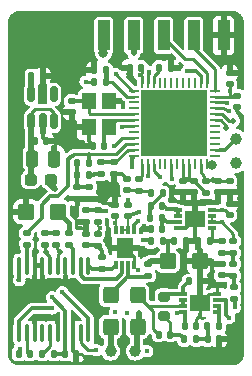
<source format=gbr>
%TF.GenerationSoftware,KiCad,Pcbnew,8.0.4*%
%TF.CreationDate,2024-09-10T15:11:46+03:00*%
%TF.ProjectId,micro17,6d696372-6f31-4372-9e6b-696361645f70,rev?*%
%TF.SameCoordinates,Original*%
%TF.FileFunction,Copper,L1,Top*%
%TF.FilePolarity,Positive*%
%FSLAX46Y46*%
G04 Gerber Fmt 4.6, Leading zero omitted, Abs format (unit mm)*
G04 Created by KiCad (PCBNEW 8.0.4) date 2024-09-10 15:11:46*
%MOMM*%
%LPD*%
G01*
G04 APERTURE LIST*
G04 Aperture macros list*
%AMRoundRect*
0 Rectangle with rounded corners*
0 $1 Rounding radius*
0 $2 $3 $4 $5 $6 $7 $8 $9 X,Y pos of 4 corners*
0 Add a 4 corners polygon primitive as box body*
4,1,4,$2,$3,$4,$5,$6,$7,$8,$9,$2,$3,0*
0 Add four circle primitives for the rounded corners*
1,1,$1+$1,$2,$3*
1,1,$1+$1,$4,$5*
1,1,$1+$1,$6,$7*
1,1,$1+$1,$8,$9*
0 Add four rect primitives between the rounded corners*
20,1,$1+$1,$2,$3,$4,$5,0*
20,1,$1+$1,$4,$5,$6,$7,0*
20,1,$1+$1,$6,$7,$8,$9,0*
20,1,$1+$1,$8,$9,$2,$3,0*%
G04 Aperture macros list end*
%TA.AperFunction,SMDPad,CuDef*%
%ADD10RoundRect,0.135000X-0.185000X0.135000X-0.185000X-0.135000X0.185000X-0.135000X0.185000X0.135000X0*%
%TD*%
%TA.AperFunction,SMDPad,CuDef*%
%ADD11RoundRect,0.140000X-0.140000X-0.170000X0.140000X-0.170000X0.140000X0.170000X-0.140000X0.170000X0*%
%TD*%
%TA.AperFunction,SMDPad,CuDef*%
%ADD12RoundRect,0.140000X0.140000X0.170000X-0.140000X0.170000X-0.140000X-0.170000X0.140000X-0.170000X0*%
%TD*%
%TA.AperFunction,SMDPad,CuDef*%
%ADD13RoundRect,0.135000X-0.135000X-0.185000X0.135000X-0.185000X0.135000X0.185000X-0.135000X0.185000X0*%
%TD*%
%TA.AperFunction,SMDPad,CuDef*%
%ADD14RoundRect,0.250000X-0.450000X-0.425000X0.450000X-0.425000X0.450000X0.425000X-0.450000X0.425000X0*%
%TD*%
%TA.AperFunction,SMDPad,CuDef*%
%ADD15RoundRect,0.140000X0.170000X-0.140000X0.170000X0.140000X-0.170000X0.140000X-0.170000X-0.140000X0*%
%TD*%
%TA.AperFunction,SMDPad,CuDef*%
%ADD16RoundRect,0.150000X0.150000X-0.512500X0.150000X0.512500X-0.150000X0.512500X-0.150000X-0.512500X0*%
%TD*%
%TA.AperFunction,SMDPad,CuDef*%
%ADD17RoundRect,0.135000X0.185000X-0.135000X0.185000X0.135000X-0.185000X0.135000X-0.185000X-0.135000X0*%
%TD*%
%TA.AperFunction,SMDPad,CuDef*%
%ADD18RoundRect,0.135000X0.135000X0.185000X-0.135000X0.185000X-0.135000X-0.185000X0.135000X-0.185000X0*%
%TD*%
%TA.AperFunction,SMDPad,CuDef*%
%ADD19RoundRect,0.140000X-0.170000X0.140000X-0.170000X-0.140000X0.170000X-0.140000X0.170000X0.140000X0*%
%TD*%
%TA.AperFunction,SMDPad,CuDef*%
%ADD20RoundRect,0.250000X-0.425000X0.450000X-0.425000X-0.450000X0.425000X-0.450000X0.425000X0.450000X0*%
%TD*%
%TA.AperFunction,SMDPad,CuDef*%
%ADD21C,1.000000*%
%TD*%
%TA.AperFunction,SMDPad,CuDef*%
%ADD22RoundRect,0.200000X0.275000X-0.200000X0.275000X0.200000X-0.275000X0.200000X-0.275000X-0.200000X0*%
%TD*%
%TA.AperFunction,SMDPad,CuDef*%
%ADD23RoundRect,0.250000X0.450000X0.425000X-0.450000X0.425000X-0.450000X-0.425000X0.450000X-0.425000X0*%
%TD*%
%TA.AperFunction,SMDPad,CuDef*%
%ADD24R,0.750000X0.300000*%
%TD*%
%TA.AperFunction,SMDPad,CuDef*%
%ADD25R,1.750000X1.450000*%
%TD*%
%TA.AperFunction,SMDPad,CuDef*%
%ADD26R,1.000000X2.500000*%
%TD*%
%TA.AperFunction,SMDPad,CuDef*%
%ADD27RoundRect,0.100000X-0.100000X0.637500X-0.100000X-0.637500X0.100000X-0.637500X0.100000X0.637500X0*%
%TD*%
%TA.AperFunction,SMDPad,CuDef*%
%ADD28R,0.300000X0.750000*%
%TD*%
%TA.AperFunction,SMDPad,CuDef*%
%ADD29R,1.450000X1.750000*%
%TD*%
%TA.AperFunction,SMDPad,CuDef*%
%ADD30RoundRect,0.250000X-0.250000X-0.475000X0.250000X-0.475000X0.250000X0.475000X-0.250000X0.475000X0*%
%TD*%
%TA.AperFunction,SMDPad,CuDef*%
%ADD31RoundRect,0.062500X-0.375000X-0.062500X0.375000X-0.062500X0.375000X0.062500X-0.375000X0.062500X0*%
%TD*%
%TA.AperFunction,SMDPad,CuDef*%
%ADD32RoundRect,0.062500X-0.062500X-0.375000X0.062500X-0.375000X0.062500X0.375000X-0.062500X0.375000X0*%
%TD*%
%TA.AperFunction,HeatsinkPad*%
%ADD33R,5.600000X5.600000*%
%TD*%
%TA.AperFunction,SMDPad,CuDef*%
%ADD34RoundRect,0.237500X-0.287500X-0.237500X0.287500X-0.237500X0.287500X0.237500X-0.287500X0.237500X0*%
%TD*%
%TA.AperFunction,SMDPad,CuDef*%
%ADD35R,1.200000X1.400000*%
%TD*%
%TA.AperFunction,ViaPad*%
%ADD36C,0.500000*%
%TD*%
%TA.AperFunction,ViaPad*%
%ADD37C,0.450000*%
%TD*%
%TA.AperFunction,ViaPad*%
%ADD38C,0.800000*%
%TD*%
%TA.AperFunction,Conductor*%
%ADD39C,0.250000*%
%TD*%
%TA.AperFunction,Conductor*%
%ADD40C,0.300000*%
%TD*%
%TA.AperFunction,Conductor*%
%ADD41C,0.500000*%
%TD*%
%TA.AperFunction,Conductor*%
%ADD42C,0.350000*%
%TD*%
%TA.AperFunction,Conductor*%
%ADD43C,0.200000*%
%TD*%
%TA.AperFunction,Conductor*%
%ADD44C,0.400000*%
%TD*%
G04 APERTURE END LIST*
D10*
%TO.P,R13,1*%
%TO.N,Net-(C16-Pad2)*%
X187600000Y-68865000D03*
%TO.P,R13,2*%
%TO.N,Net-(C24-Pad1)*%
X187600000Y-69885000D03*
%TD*%
D11*
%TO.P,C19,1*%
%TO.N,Net-(C19-Pad1)*%
X192107500Y-66500000D03*
%TO.P,C19,2*%
%TO.N,Net-(U5A-P0A)*%
X193067500Y-66500000D03*
%TD*%
D12*
%TO.P,C31,1*%
%TO.N,Net-(C31-Pad1)*%
X193750000Y-77421250D03*
%TO.P,C31,2*%
%TO.N,Net-(U7B--)*%
X192790000Y-77421250D03*
%TD*%
D13*
%TO.P,R29,1*%
%TO.N,GND*%
X187290000Y-55000000D03*
%TO.P,R29,2*%
%TO.N,Net-(U1-PC13)*%
X188310000Y-55000000D03*
%TD*%
D14*
%TO.P,C28,1*%
%TO.N,Net-(C28-Pad1)*%
X193550000Y-71200000D03*
%TO.P,C28,2*%
%TO.N,GND*%
X196250000Y-71200000D03*
%TD*%
D15*
%TO.P,C20,1*%
%TO.N,Net-(C20-Pad1)*%
X199100000Y-70480000D03*
%TO.P,C20,2*%
%TO.N,Net-(U5B-P1A)*%
X199100000Y-69520000D03*
%TD*%
D10*
%TO.P,R1,1*%
%TO.N,VERSION_SET*%
X187900000Y-62790000D03*
%TO.P,R1,2*%
%TO.N,VDDA*%
X187900000Y-63810000D03*
%TD*%
D13*
%TO.P,R10,1*%
%TO.N,Net-(C19-Pad1)*%
X192077500Y-67500000D03*
%TO.P,R10,2*%
%TO.N,Net-(U6A-+)*%
X193097500Y-67500000D03*
%TD*%
D16*
%TO.P,U2,1,VIN*%
%TO.N,+5V*%
X182000000Y-59337500D03*
%TO.P,U2,2,GND*%
%TO.N,GND*%
X182950000Y-59337500D03*
%TO.P,U2,3,CE*%
%TO.N,+5V*%
X183900000Y-59337500D03*
%TO.P,U2,4,NC*%
%TO.N,unconnected-(U2-NC-Pad4)*%
X183900000Y-57062500D03*
%TO.P,U2,5,VOUT*%
%TO.N,+3V3*%
X182000000Y-57062500D03*
%TD*%
D17*
%TO.P,R5,1*%
%TO.N,VDDA*%
X196805000Y-65390000D03*
%TO.P,R5,2*%
%TO.N,+3V3*%
X196805000Y-64370000D03*
%TD*%
D10*
%TO.P,R27,1*%
%TO.N,Net-(C12-Pad1)*%
X186900000Y-64890000D03*
%TO.P,R27,2*%
%TO.N,GND*%
X186900000Y-65910000D03*
%TD*%
D13*
%TO.P,R20,1*%
%TO.N,VDDA*%
X192090000Y-69500000D03*
%TO.P,R20,2*%
%TO.N,Net-(C28-Pad1)*%
X193110000Y-69500000D03*
%TD*%
D18*
%TO.P,R16,1*%
%TO.N,+3V3*%
X183935000Y-79037500D03*
%TO.P,R16,2*%
%TO.N,Net-(U5E-~{RESET})*%
X182915000Y-79037500D03*
%TD*%
D17*
%TO.P,R9,1*%
%TO.N,Net-(C15-Pad1)*%
X199100000Y-72410000D03*
%TO.P,R9,2*%
%TO.N,Net-(C20-Pad1)*%
X199100000Y-71390000D03*
%TD*%
D13*
%TO.P,R4,1*%
%TO.N,PTT_IN*%
X187290000Y-56000000D03*
%TO.P,R4,2*%
%TO.N,Net-(U1-PC13)*%
X188310000Y-56000000D03*
%TD*%
D12*
%TO.P,C17,1*%
%TO.N,Net-(U6A-+)*%
X193080000Y-68500000D03*
%TO.P,C17,2*%
%TO.N,GND*%
X192120000Y-68500000D03*
%TD*%
D19*
%TO.P,C7,1*%
%TO.N,+3V3*%
X197807500Y-64400000D03*
%TO.P,C7,2*%
%TO.N,GND*%
X197807500Y-65360000D03*
%TD*%
D20*
%TO.P,C34,1*%
%TO.N,Net-(U7B--)*%
X191000000Y-74050000D03*
%TO.P,C34,2*%
%TO.N,BASEBAND_OUT_FILT*%
X191000000Y-76750000D03*
%TD*%
D11*
%TO.P,C13,1*%
%TO.N,+5V*%
X182280000Y-61000000D03*
%TO.P,C13,2*%
%TO.N,GND*%
X183240000Y-61000000D03*
%TD*%
D13*
%TO.P,R21,1*%
%TO.N,Net-(C28-Pad1)*%
X194090000Y-69500000D03*
%TO.P,R21,2*%
%TO.N,GND*%
X195110000Y-69500000D03*
%TD*%
D21*
%TO.P,TP2,1,1*%
%TO.N,BASEBAND_OUT_FILT*%
X190800000Y-78800000D03*
%TD*%
D15*
%TO.P,C24,1*%
%TO.N,Net-(C24-Pad1)*%
X186600000Y-69845000D03*
%TO.P,C24,2*%
%TO.N,GND*%
X186600000Y-68885000D03*
%TD*%
D22*
%TO.P,R24,1*%
%TO.N,Net-(C31-Pad1)*%
X193200000Y-75846250D03*
%TO.P,R24,2*%
%TO.N,Net-(U7B-+)*%
X193200000Y-74196250D03*
%TD*%
D19*
%TO.P,C12,1*%
%TO.N,Net-(C12-Pad1)*%
X185900000Y-64920000D03*
%TO.P,C12,2*%
%TO.N,GND*%
X185900000Y-65880000D03*
%TD*%
D10*
%TO.P,R14,1*%
%TO.N,Net-(C24-Pad1)*%
X188000000Y-70865000D03*
%TO.P,R14,2*%
%TO.N,Net-(U5D-P3A)*%
X188000000Y-71885000D03*
%TD*%
D13*
%TO.P,R8,1*%
%TO.N,Net-(C14-Pad1)*%
X192090000Y-65400000D03*
%TO.P,R8,2*%
%TO.N,Net-(C19-Pad1)*%
X193110000Y-65400000D03*
%TD*%
D18*
%TO.P,R3,1*%
%TO.N,GND*%
X193810000Y-54800000D03*
%TO.P,R3,2*%
%TO.N,/MCU/BOOT0*%
X192790000Y-54800000D03*
%TD*%
D17*
%TO.P,R11,1*%
%TO.N,Net-(C20-Pad1)*%
X198100000Y-70510000D03*
%TO.P,R11,2*%
%TO.N,Net-(U6B-+)*%
X198100000Y-69490000D03*
%TD*%
D23*
%TO.P,C26,1*%
%TO.N,Net-(C26-Pad1)*%
X184250000Y-67000000D03*
%TO.P,C26,2*%
%TO.N,GND*%
X181550000Y-67000000D03*
%TD*%
D20*
%TO.P,C27,1*%
%TO.N,Net-(U4A-+)*%
X188700000Y-74050000D03*
%TO.P,C27,2*%
%TO.N,BASEBAND_IN*%
X188700000Y-76750000D03*
%TD*%
D11*
%TO.P,C32,1*%
%TO.N,Net-(U7B-+)*%
X195320000Y-72900000D03*
%TO.P,C32,2*%
%TO.N,GND*%
X196280000Y-72900000D03*
%TD*%
D15*
%TO.P,C23,1*%
%TO.N,Net-(U5B-P1W)*%
X181600000Y-69780000D03*
%TO.P,C23,2*%
%TO.N,AUDIO_IN_FILT*%
X181600000Y-68820000D03*
%TD*%
%TO.P,C30,1*%
%TO.N,+5V*%
X198800000Y-67280000D03*
%TO.P,C30,2*%
%TO.N,GND*%
X198800000Y-66320000D03*
%TD*%
D17*
%TO.P,R17,1*%
%TO.N,Net-(U4A-+)*%
X191900000Y-72410000D03*
%TO.P,R17,2*%
%TO.N,Net-(C28-Pad1)*%
X191900000Y-71390000D03*
%TD*%
D24*
%TO.P,U6,1*%
%TO.N,Net-(U5A-P0A)*%
X194400000Y-66850000D03*
%TO.P,U6,2,-*%
X194400000Y-67350000D03*
%TO.P,U6,3,+*%
%TO.N,Net-(U6A-+)*%
X194400000Y-67850000D03*
%TO.P,U6,4,V-*%
%TO.N,GND*%
X194400000Y-68350000D03*
%TO.P,U6,5,+*%
%TO.N,Net-(U6B-+)*%
X197300000Y-68350000D03*
%TO.P,U6,6,-*%
%TO.N,Net-(U5B-P1A)*%
X197300000Y-67850000D03*
%TO.P,U6,7*%
X197300000Y-67350000D03*
%TO.P,U6,8,V+*%
%TO.N,+5V*%
X197300000Y-66850000D03*
D25*
%TO.P,U6,9,V-*%
%TO.N,GND*%
X195850000Y-67600000D03*
%TD*%
D18*
%TO.P,R22,1*%
%TO.N,Net-(U7A--)*%
X197910000Y-76712500D03*
%TO.P,R22,2*%
%TO.N,Net-(C29-Pad1)*%
X196890000Y-76712500D03*
%TD*%
D26*
%TO.P,J1,1,Pin_1*%
%TO.N,+3V3*%
X188120000Y-52072500D03*
%TO.P,J1,2,Pin_2*%
%TO.N,/MCU/~{RST}*%
X190660000Y-52072500D03*
%TO.P,J1,3,Pin_3*%
%TO.N,/MCU/SWCLK*%
X193200000Y-52072500D03*
%TO.P,J1,4,Pin_4*%
%TO.N,/MCU/SWDIO*%
X195740000Y-52072500D03*
%TO.P,J1,5,Pin_5*%
%TO.N,GND*%
X198280000Y-52072500D03*
%TD*%
D15*
%TO.P,C3,1*%
%TO.N,+3V3*%
X198800000Y-56180000D03*
%TO.P,C3,2*%
%TO.N,GND*%
X198800000Y-55220000D03*
%TD*%
D11*
%TO.P,C29,1*%
%TO.N,Net-(C29-Pad1)*%
X196920000Y-77812500D03*
%TO.P,C29,2*%
%TO.N,GND*%
X197880000Y-77812500D03*
%TD*%
D12*
%TO.P,C2,1*%
%TO.N,/MCU/X2*%
X188180000Y-61400000D03*
%TO.P,C2,2*%
%TO.N,GND*%
X187220000Y-61400000D03*
%TD*%
D27*
%TO.P,U5,1,P3A*%
%TO.N,Net-(U5D-P3A)*%
X186825000Y-71575000D03*
%TO.P,U5,2,P3W*%
%TO.N,Net-(U4A--)*%
X186175000Y-71575000D03*
%TO.P,U5,3,P3B*%
%TO.N,Net-(U5D-P3B)*%
X185525000Y-71575000D03*
%TO.P,U5,4,HVC/A0*%
%TO.N,GND*%
X184875000Y-71575000D03*
%TO.P,U5,5,SCL*%
%TO.N,I2C_SCL*%
X184225000Y-71575000D03*
%TO.P,U5,6,SDA*%
%TO.N,I2C_SDA*%
X183575000Y-71575000D03*
%TO.P,U5,7,VSS*%
%TO.N,GND*%
X182925000Y-71575000D03*
%TO.P,U5,8,P1B*%
X182275000Y-71575000D03*
%TO.P,U5,9,P1W*%
%TO.N,Net-(U5B-P1W)*%
X181625000Y-71575000D03*
%TO.P,U5,10,P1A*%
%TO.N,Net-(U5B-P1A)*%
X180975000Y-71575000D03*
%TO.P,U5,11,P0A*%
%TO.N,Net-(U5A-P0A)*%
X180975000Y-77300000D03*
%TO.P,U5,12,P0W*%
%TO.N,Net-(U5A-P0W)*%
X181625000Y-77300000D03*
%TO.P,U5,13,P0B*%
%TO.N,GND*%
X182275000Y-77300000D03*
%TO.P,U5,14,NC*%
%TO.N,unconnected-(U5E-NC-Pad14)*%
X182925000Y-77300000D03*
%TO.P,U5,15,~{RESET}*%
%TO.N,Net-(U5E-~{RESET})*%
X183575000Y-77300000D03*
%TO.P,U5,16,A1*%
%TO.N,GND*%
X184225000Y-77300000D03*
%TO.P,U5,17,VDD*%
%TO.N,+3V3*%
X184875000Y-77300000D03*
%TO.P,U5,18,P2B*%
%TO.N,GND*%
X185525000Y-77300000D03*
%TO.P,U5,19,P2W*%
%TO.N,Net-(U5C-P2W)*%
X186175000Y-77300000D03*
%TO.P,U5,20,P2A*%
%TO.N,BASEBAND_OUT*%
X186825000Y-77300000D03*
%TD*%
D28*
%TO.P,U4,1*%
%TO.N,Net-(U5D-P3A)*%
X189187500Y-71487500D03*
%TO.P,U4,2,-*%
%TO.N,Net-(U4A--)*%
X189687500Y-71487500D03*
%TO.P,U4,3,+*%
%TO.N,Net-(U4A-+)*%
X190187500Y-71487500D03*
%TO.P,U4,4,V-*%
%TO.N,GND*%
X190687500Y-71487500D03*
%TO.P,U4,5,+*%
%TO.N,Net-(U4B-+)*%
X190687500Y-68587500D03*
%TO.P,U4,6,-*%
%TO.N,BASEBAND_IN_FILT*%
X190187500Y-68587500D03*
%TO.P,U4,7*%
X189687500Y-68587500D03*
%TO.P,U4,8,V+*%
%TO.N,+5V*%
X189187500Y-68587500D03*
D29*
%TO.P,U4,9,V-*%
%TO.N,GND*%
X189937500Y-70037500D03*
%TD*%
D19*
%TO.P,C6,1*%
%TO.N,+3V3*%
X199400000Y-57182500D03*
%TO.P,C6,2*%
%TO.N,GND*%
X199400000Y-58142500D03*
%TD*%
D24*
%TO.P,U7,1*%
%TO.N,Net-(U7A--)*%
X197750000Y-75500000D03*
%TO.P,U7,2,-*%
X197750000Y-75000000D03*
%TO.P,U7,3,+*%
%TO.N,Net-(U5C-P2W)*%
X197750000Y-74500000D03*
%TO.P,U7,4,V-*%
%TO.N,GND*%
X197750000Y-74000000D03*
%TO.P,U7,5,+*%
%TO.N,Net-(U7B-+)*%
X194850000Y-74000000D03*
%TO.P,U7,6,-*%
%TO.N,Net-(U7B--)*%
X194850000Y-74500000D03*
%TO.P,U7,7*%
X194850000Y-75000000D03*
%TO.P,U7,8,V+*%
%TO.N,+5V*%
X194850000Y-75500000D03*
D25*
%TO.P,U7,9,V-*%
%TO.N,GND*%
X196300000Y-74750000D03*
%TD*%
D30*
%TO.P,C10,1*%
%TO.N,+5V*%
X182050000Y-62500000D03*
%TO.P,C10,2*%
%TO.N,GND*%
X183950000Y-62500000D03*
%TD*%
D18*
%TO.P,R28,1*%
%TO.N,AUDIO_IN_FILT*%
X186910000Y-62900000D03*
%TO.P,R28,2*%
%TO.N,Net-(C12-Pad1)*%
X185890000Y-62900000D03*
%TD*%
D12*
%TO.P,C18,1*%
%TO.N,Net-(U6B-+)*%
X197080000Y-69500000D03*
%TO.P,C18,2*%
%TO.N,GND*%
X196120000Y-69500000D03*
%TD*%
D18*
%TO.P,R26,1*%
%TO.N,VDDA*%
X186910000Y-63906666D03*
%TO.P,R26,2*%
%TO.N,Net-(C12-Pad1)*%
X185890000Y-63906666D03*
%TD*%
D31*
%TO.P,U1,1,VBAT*%
%TO.N,Net-(U1-VBAT)*%
X190662500Y-56750000D03*
%TO.P,U1,2,PC13*%
%TO.N,Net-(U1-PC13)*%
X190662500Y-57250000D03*
%TO.P,U1,3,PC14*%
%TO.N,unconnected-(U1-PC14-Pad3)*%
X190662500Y-57750000D03*
%TO.P,U1,4,PC15*%
%TO.N,unconnected-(U1-PC15-Pad4)*%
X190662500Y-58250000D03*
%TO.P,U1,5,PF0*%
%TO.N,/MCU/X1*%
X190662500Y-58750000D03*
%TO.P,U1,6,PF1*%
%TO.N,/MCU/X2*%
X190662500Y-59250000D03*
%TO.P,U1,7,PG10*%
%TO.N,/MCU/~{RST}*%
X190662500Y-59750000D03*
%TO.P,U1,8,PA0*%
%TO.N,unconnected-(U1-PA0-Pad8)*%
X190662500Y-60250000D03*
%TO.P,U1,9,PA1*%
%TO.N,BASEBAND_IN_FILT*%
X190662500Y-60750000D03*
%TO.P,U1,10,PA2*%
%TO.N,AUDIO_IN_FILT*%
X190662500Y-61250000D03*
%TO.P,U1,11,PA3*%
%TO.N,VERSION_SET*%
X190662500Y-61750000D03*
%TO.P,U1,12,PA4*%
%TO.N,BASEBAND_OUT*%
X190662500Y-62250000D03*
D32*
%TO.P,U1,13,PA5*%
%TO.N,AUDIO_OUT*%
X191350000Y-62937500D03*
%TO.P,U1,14,PA6*%
%TO.N,PTT_OUT*%
X191850000Y-62937500D03*
%TO.P,U1,15,PA7*%
%TO.N,BASEBAND_BYPASS*%
X192350000Y-62937500D03*
%TO.P,U1,16,PC4*%
%TO.N,unconnected-(U1-PC4-Pad16)*%
X192850000Y-62937500D03*
%TO.P,U1,17,PB0*%
%TO.N,unconnected-(U1-PB0-Pad17)*%
X193350000Y-62937500D03*
%TO.P,U1,18,PB1*%
%TO.N,AUDIO_OUT_MUTE*%
X193850000Y-62937500D03*
%TO.P,U1,19,PB2*%
%TO.N,unconnected-(U1-PB2-Pad19)*%
X194350000Y-62937500D03*
%TO.P,U1,20,VREF+*%
%TO.N,VDDA*%
X194850000Y-62937500D03*
%TO.P,U1,21,VDDA*%
X195350000Y-62937500D03*
%TO.P,U1,22,PB10*%
%TO.N,USART3_TX*%
X195850000Y-62937500D03*
%TO.P,U1,23,VDD*%
%TO.N,+3V3*%
X196350000Y-62937500D03*
%TO.P,U1,24,PB11*%
%TO.N,USART3_RX*%
X196850000Y-62937500D03*
D31*
%TO.P,U1,25,PB12*%
%TO.N,unconnected-(U1-PB12-Pad25)*%
X197537500Y-62250000D03*
%TO.P,U1,26,PB13*%
%TO.N,Net-(U1-PB13)*%
X197537500Y-61750000D03*
%TO.P,U1,27,PB14*%
%TO.N,unconnected-(U1-PB14-Pad27)*%
X197537500Y-61250000D03*
%TO.P,U1,28,PB15*%
%TO.N,unconnected-(U1-PB15-Pad28)*%
X197537500Y-60750000D03*
%TO.P,U1,29,PC6*%
%TO.N,unconnected-(U1-PC6-Pad29)*%
X197537500Y-60250000D03*
%TO.P,U1,30,PA8*%
%TO.N,unconnected-(U1-PA8-Pad30)*%
X197537500Y-59750000D03*
%TO.P,U1,31,PA9*%
%TO.N,MCU_TX*%
X197537500Y-59250000D03*
%TO.P,U1,32,PA10*%
%TO.N,MCU_RX*%
X197537500Y-58750000D03*
%TO.P,U1,33,PA11*%
%TO.N,USB_DN*%
X197537500Y-58250000D03*
%TO.P,U1,34,PA12*%
%TO.N,USB_DP*%
X197537500Y-57750000D03*
%TO.P,U1,35,VDD*%
%TO.N,+3V3*%
X197537500Y-57250000D03*
%TO.P,U1,36,PA13*%
%TO.N,/MCU/SWDIO*%
X197537500Y-56750000D03*
D32*
%TO.P,U1,37,PA14*%
%TO.N,/MCU/SWCLK*%
X196850000Y-56062500D03*
%TO.P,U1,38,PA15*%
%TO.N,I2C_SCL*%
X196350000Y-56062500D03*
%TO.P,U1,39,PC10*%
%TO.N,unconnected-(U1-PC10-Pad39)*%
X195850000Y-56062500D03*
%TO.P,U1,40,PC11*%
%TO.N,unconnected-(U1-PC11-Pad40)*%
X195350000Y-56062500D03*
%TO.P,U1,41,PB3*%
%TO.N,unconnected-(U1-PB3-Pad41)*%
X194850000Y-56062500D03*
%TO.P,U1,42,PB4*%
%TO.N,unconnected-(U1-PB4-Pad42)*%
X194350000Y-56062500D03*
%TO.P,U1,43,PB5*%
%TO.N,unconnected-(U1-PB5-Pad43)*%
X193850000Y-56062500D03*
%TO.P,U1,44,PB6*%
%TO.N,unconnected-(U1-PB6-Pad44)*%
X193350000Y-56062500D03*
%TO.P,U1,45,PB7*%
%TO.N,unconnected-(U1-PB7-Pad45)*%
X192850000Y-56062500D03*
%TO.P,U1,46,PB8*%
%TO.N,/MCU/BOOT0*%
X192350000Y-56062500D03*
%TO.P,U1,47,PB9*%
%TO.N,I2C_SDA*%
X191850000Y-56062500D03*
%TO.P,U1,48,VDD*%
%TO.N,+3V3*%
X191350000Y-56062500D03*
D33*
%TO.P,U1,49,VSS*%
%TO.N,GND*%
X194100000Y-59500000D03*
%TD*%
D18*
%TO.P,R23,1*%
%TO.N,Net-(C29-Pad1)*%
X195960000Y-77812500D03*
%TO.P,R23,2*%
%TO.N,Net-(C31-Pad1)*%
X194940000Y-77812500D03*
%TD*%
D19*
%TO.P,C8,1*%
%TO.N,VDDA*%
X194810000Y-64400000D03*
%TO.P,C8,2*%
%TO.N,GND*%
X194810000Y-65360000D03*
%TD*%
D15*
%TO.P,C16,1*%
%TO.N,BASEBAND_IN_FILT*%
X190200000Y-67355000D03*
%TO.P,C16,2*%
%TO.N,Net-(C16-Pad2)*%
X190200000Y-66395000D03*
%TD*%
D19*
%TO.P,C21,1*%
%TO.N,Net-(U4B-+)*%
X186600000Y-66885000D03*
%TO.P,C21,2*%
%TO.N,GND*%
X186600000Y-67845000D03*
%TD*%
D15*
%TO.P,C9,1*%
%TO.N,GND*%
X195802500Y-65360000D03*
%TO.P,C9,2*%
%TO.N,VDDA*%
X195802500Y-64400000D03*
%TD*%
%TO.P,C14,1*%
%TO.N,Net-(C14-Pad1)*%
X190100000Y-65180000D03*
%TO.P,C14,2*%
%TO.N,GND*%
X190100000Y-64220000D03*
%TD*%
D12*
%TO.P,C22,1*%
%TO.N,Net-(U5A-P0W)*%
X181880000Y-79037500D03*
%TO.P,C22,2*%
%TO.N,AUDIO_OUT_FILT*%
X180920000Y-79037500D03*
%TD*%
D10*
%TO.P,R12,1*%
%TO.N,Net-(U4B-+)*%
X187600000Y-66865000D03*
%TO.P,R12,2*%
%TO.N,Net-(C16-Pad2)*%
X187600000Y-67885000D03*
%TD*%
D34*
%TO.P,FB1,1*%
%TO.N,+5V*%
X181925000Y-64300000D03*
%TO.P,FB1,2*%
%TO.N,+5VD*%
X183675000Y-64300000D03*
%TD*%
D15*
%TO.P,C35,1*%
%TO.N,+5V*%
X189100000Y-67355000D03*
%TO.P,C35,2*%
%TO.N,GND*%
X189100000Y-66395000D03*
%TD*%
D21*
%TO.P,TP14,1,1*%
%TO.N,Net-(R30-Pad2)*%
X199300000Y-62900000D03*
%TD*%
D12*
%TO.P,C4,1*%
%TO.N,+3V3*%
X191280000Y-54800000D03*
%TO.P,C4,2*%
%TO.N,GND*%
X190320000Y-54800000D03*
%TD*%
D35*
%TO.P,Y1,1,1*%
%TO.N,/MCU/X1*%
X186850000Y-57650000D03*
%TO.P,Y1,2,2*%
%TO.N,GND*%
X186850000Y-59850000D03*
%TO.P,Y1,3,3*%
%TO.N,/MCU/X2*%
X188550000Y-59850000D03*
%TO.P,Y1,4,4*%
%TO.N,GND*%
X188550000Y-57650000D03*
%TD*%
D17*
%TO.P,R15,1*%
%TO.N,Net-(U5D-P3B)*%
X185200000Y-69847500D03*
%TO.P,R15,2*%
%TO.N,Net-(C26-Pad1)*%
X185200000Y-68827500D03*
%TD*%
D21*
%TO.P,TP12,1,1*%
%TO.N,Net-(U1-PB13)*%
X199300000Y-60800000D03*
%TD*%
%TO.P,TP1,1,1*%
%TO.N,BASEBAND_IN*%
X188700000Y-78800000D03*
%TD*%
D10*
%TO.P,R19,1*%
%TO.N,+3V3*%
X183125000Y-68827500D03*
%TO.P,R19,2*%
%TO.N,I2C_SDA*%
X183125000Y-69847500D03*
%TD*%
%TO.P,R18,1*%
%TO.N,+3V3*%
X184125000Y-68827500D03*
%TO.P,R18,2*%
%TO.N,I2C_SCL*%
X184125000Y-69847500D03*
%TD*%
D19*
%TO.P,C5,1*%
%TO.N,+3V3*%
X198800000Y-64400000D03*
%TO.P,C5,2*%
%TO.N,GND*%
X198800000Y-65360000D03*
%TD*%
%TO.P,C1,1*%
%TO.N,/MCU/X1*%
X185400000Y-57620000D03*
%TO.P,C1,2*%
%TO.N,GND*%
X185400000Y-58580000D03*
%TD*%
D17*
%TO.P,R2,1*%
%TO.N,GND*%
X189000000Y-63810000D03*
%TO.P,R2,2*%
%TO.N,VERSION_SET*%
X189000000Y-62790000D03*
%TD*%
D11*
%TO.P,C11,1*%
%TO.N,+3V3*%
X182000000Y-55500000D03*
%TO.P,C11,2*%
%TO.N,GND*%
X182960000Y-55500000D03*
%TD*%
%TO.P,C33,1*%
%TO.N,+5V*%
X194970000Y-76712500D03*
%TO.P,C33,2*%
%TO.N,GND*%
X195930000Y-76712500D03*
%TD*%
D10*
%TO.P,R6,1*%
%TO.N,AUDIO_OUT*%
X191100000Y-64190000D03*
%TO.P,R6,2*%
%TO.N,Net-(C14-Pad1)*%
X191100000Y-65210000D03*
%TD*%
D15*
%TO.P,C15,1*%
%TO.N,Net-(C15-Pad1)*%
X198100000Y-72380000D03*
%TO.P,C15,2*%
%TO.N,GND*%
X198100000Y-71420000D03*
%TD*%
D17*
%TO.P,R7,1*%
%TO.N,AUDIO_IN*%
X199150000Y-74410000D03*
%TO.P,R7,2*%
%TO.N,Net-(C15-Pad1)*%
X199150000Y-73390000D03*
%TD*%
D11*
%TO.P,C25,1*%
%TO.N,+3V3*%
X184845000Y-79037500D03*
%TO.P,C25,2*%
%TO.N,GND*%
X185805000Y-79037500D03*
%TD*%
D36*
%TO.N,GND*%
X185000000Y-51000000D03*
X185000000Y-53000000D03*
D37*
X182400000Y-79720108D03*
D36*
X180600000Y-61000000D03*
D37*
X188500000Y-57700000D03*
D36*
X199400000Y-52072500D03*
X181000000Y-51000000D03*
D37*
X192000000Y-57500000D03*
X197300000Y-72000000D03*
D36*
X180600000Y-63000000D03*
D37*
X194000000Y-61500000D03*
D36*
X181000000Y-55000000D03*
D37*
X186500000Y-79300000D03*
D36*
X180750000Y-70000000D03*
D37*
X199700000Y-58800000D03*
X199750000Y-68000000D03*
X192000000Y-59500000D03*
D36*
X199100000Y-79100000D03*
D37*
X191000000Y-71900000D03*
D36*
X185500000Y-55000000D03*
D37*
X182800000Y-65200000D03*
X199500000Y-66300000D03*
X194000000Y-57300000D03*
D36*
X188600000Y-69400000D03*
X181000000Y-74400000D03*
X180600000Y-59000000D03*
D37*
X197800000Y-78400000D03*
D36*
X180700000Y-68500000D03*
D38*
X184900000Y-60700000D03*
D37*
X196200000Y-78800000D03*
X189750000Y-79750000D03*
X189100000Y-64500000D03*
X186100000Y-68400000D03*
X182960000Y-60300000D03*
X187250000Y-79750000D03*
X196000000Y-59500000D03*
X185600000Y-59500000D03*
X196000000Y-61500000D03*
D36*
X198280000Y-53600000D03*
D37*
X190300000Y-55300000D03*
X191507567Y-68206053D03*
D36*
X197800000Y-65900000D03*
D37*
X192000000Y-61500000D03*
D36*
X183960000Y-61000000D03*
D37*
X199500000Y-76250000D03*
X198800000Y-54600000D03*
D36*
X182400000Y-76000000D03*
X183000000Y-73000000D03*
D37*
X199500000Y-65300000D03*
D36*
X181000000Y-53000000D03*
X182400000Y-70400000D03*
X183000000Y-53000000D03*
D37*
X193250000Y-79500000D03*
D36*
X180600000Y-57000000D03*
X197100000Y-72900000D03*
D37*
X194800000Y-65900000D03*
D36*
X183000000Y-51000000D03*
X180600000Y-65000000D03*
X186500000Y-55000000D03*
D37*
X196250000Y-75750000D03*
%TO.N,+3V3*%
X191200000Y-55400000D03*
X198820000Y-56800000D03*
D36*
X182000000Y-56200000D03*
X197350000Y-64290000D03*
D37*
X183650000Y-68800000D03*
D38*
X188100000Y-53600000D03*
D37*
X183750000Y-74250000D03*
%TO.N,VDDA*%
X195200000Y-64200000D03*
X187400000Y-63800000D03*
X191475000Y-69397760D03*
%TO.N,+5V*%
X198100000Y-66850000D03*
X189067678Y-67967678D03*
X194300000Y-75550000D03*
D36*
X182000000Y-60300000D03*
D37*
%TO.N,Net-(U4B-+)*%
X191000000Y-67800000D03*
X188301409Y-66976409D03*
%TO.N,/MCU/~{RST}*%
X190660000Y-53600000D03*
X189700000Y-59800000D03*
%TO.N,Net-(C16-Pad2)*%
X190200000Y-66000000D03*
X187800000Y-68400000D03*
%TO.N,Net-(U5A-P0A)*%
X183740793Y-75177619D03*
X193501316Y-66750000D03*
%TO.N,Net-(U5B-P1A)*%
X180975000Y-72800000D03*
X198100000Y-67900000D03*
D38*
%TO.N,USART3_RX*%
X197331041Y-63068959D03*
D37*
%TO.N,Net-(U5C-P2W)*%
X187500000Y-78725002D03*
X198750000Y-76000000D03*
%TO.N,I2C_SDA*%
X191974992Y-55147670D03*
D36*
X183200000Y-70400000D03*
D37*
%TO.N,PTT_OUT*%
X191900000Y-64000000D03*
%TO.N,AUDIO_OUT_MUTE*%
X189079841Y-75520159D03*
X193900000Y-64200000D03*
%TO.N,BASEBAND_IN_FILT*%
X189000000Y-61400000D03*
X191100000Y-67000000D03*
%TO.N,BASEBAND_OUT*%
X190500000Y-63200000D03*
X184600000Y-73800000D03*
%TO.N,I2C_SCL*%
X195200000Y-55100000D03*
D36*
X184400000Y-70400000D03*
D37*
%TO.N,AUDIO_OUT_FILT*%
X181000000Y-78597151D03*
X191800000Y-78800000D03*
%TO.N,BASEBAND_IN*%
X188700000Y-78800000D03*
%TO.N,BASEBAND_OUT_FILT*%
X191099724Y-75575719D03*
%TO.N,AUDIO_IN*%
X199200000Y-75100000D03*
X190101511Y-75575826D03*
%TO.N,PTT_IN*%
X186600000Y-56000000D03*
D36*
%TO.N,MCU_TX*%
X198500000Y-59900000D03*
%TO.N,MCU_RX*%
X199100000Y-59300000D03*
D37*
%TO.N,BASEBAND_BYPASS*%
X192906587Y-64093413D03*
D36*
%TO.N,+5VD*%
X184000000Y-65037501D03*
D37*
%TO.N,Net-(U1-VBAT)*%
X189150000Y-55350000D03*
%TO.N,USB_DP*%
X198600000Y-57800000D03*
%TO.N,USB_DN*%
X198700000Y-58500000D03*
D38*
%TO.N,Net-(R30-Pad2)*%
X199300000Y-62900000D03*
%TD*%
D39*
%TO.N,VDDA*%
X194850000Y-64360000D02*
X194810000Y-64400000D01*
X194850000Y-62937500D02*
X194850000Y-64360000D01*
%TO.N,/MCU/X1*%
X186850000Y-57650000D02*
X186820000Y-57620000D01*
D40*
X186820000Y-57620000D02*
X185400000Y-57620000D01*
D39*
X187000000Y-58750000D02*
X186850000Y-58600000D01*
X190662500Y-58750000D02*
X187000000Y-58750000D01*
X186850000Y-58600000D02*
X186850000Y-57650000D01*
%TO.N,GND*%
X196400000Y-74700000D02*
X196400000Y-73020000D01*
D40*
X199400000Y-58500000D02*
X199700000Y-58800000D01*
X198200000Y-71420000D02*
X197500000Y-71420000D01*
X194400000Y-68350000D02*
X195100000Y-68350000D01*
X199400000Y-58142500D02*
X199400000Y-58500000D01*
D41*
X182950000Y-60290000D02*
X182950000Y-59337500D01*
D39*
X195930000Y-76712500D02*
X195930000Y-76070000D01*
D41*
X190320000Y-55280000D02*
X190300000Y-55300000D01*
D39*
X186237500Y-79037500D02*
X186500000Y-79300000D01*
D40*
X182960000Y-60300000D02*
X182960000Y-60720000D01*
D39*
X197750000Y-74000000D02*
X197050000Y-74000000D01*
D40*
X186850000Y-61030000D02*
X187220000Y-61400000D01*
X197880000Y-77812500D02*
X197880000Y-78320000D01*
X195850000Y-69130000D02*
X196220000Y-69500000D01*
X189690000Y-63810000D02*
X190100000Y-64220000D01*
X197300000Y-72000000D02*
X197300000Y-71620000D01*
D39*
X186600000Y-68400000D02*
X186600000Y-67845000D01*
D40*
X195850000Y-67600000D02*
X195850000Y-69130000D01*
D39*
X185805000Y-79037500D02*
X186237500Y-79037500D01*
X196400000Y-73020000D02*
X196280000Y-72900000D01*
D40*
X185525000Y-78757500D02*
X185805000Y-79037500D01*
X185525000Y-77300000D02*
X185525000Y-78757500D01*
D39*
X190687500Y-71487500D02*
X190687500Y-70787500D01*
X195930000Y-76070000D02*
X196250000Y-75750000D01*
D40*
X189000000Y-63810000D02*
X189690000Y-63810000D01*
X197880000Y-78320000D02*
X197800000Y-78400000D01*
D39*
X196300000Y-75700000D02*
X196300000Y-74750000D01*
D41*
X190320000Y-54800000D02*
X190320000Y-55280000D01*
D39*
X186100000Y-68400000D02*
X186600000Y-68400000D01*
D40*
X197500000Y-71420000D02*
X196470000Y-71420000D01*
X195100000Y-68350000D02*
X195850000Y-67600000D01*
D39*
X197050000Y-74000000D02*
X196300000Y-74750000D01*
X190687500Y-70787500D02*
X189937500Y-70037500D01*
D40*
X182960000Y-60720000D02*
X183240000Y-61000000D01*
X195850000Y-67600000D02*
X195850000Y-66470000D01*
X197300000Y-71620000D02*
X197500000Y-71420000D01*
X196470000Y-71420000D02*
X196250000Y-71200000D01*
D39*
X196250000Y-75750000D02*
X196300000Y-75700000D01*
D40*
X186850000Y-59850000D02*
X186850000Y-61030000D01*
D41*
X182960000Y-60300000D02*
X182950000Y-60290000D01*
D39*
%TO.N,/MCU/X2*%
X189150000Y-59250000D02*
X188550000Y-59850000D01*
X190662500Y-59250000D02*
X189150000Y-59250000D01*
D40*
X188550000Y-59850000D02*
X188180000Y-60220000D01*
X188180000Y-60220000D02*
X188180000Y-61400000D01*
D39*
%TO.N,+3V3*%
X199332500Y-57250000D02*
X199400000Y-57182500D01*
X191200000Y-55400000D02*
X191350000Y-55550000D01*
X191350000Y-55550000D02*
X191350000Y-56062500D01*
D42*
X183935000Y-79037500D02*
X184845000Y-79037500D01*
D39*
X197460000Y-64400000D02*
X198720000Y-64400000D01*
D41*
X182000000Y-55540000D02*
X182000000Y-57062500D01*
D39*
X191380000Y-54800000D02*
X191350000Y-54830000D01*
X191350000Y-54830000D02*
X191350000Y-55250000D01*
D40*
X184875000Y-77300000D02*
X184875000Y-79007500D01*
D39*
X183572500Y-68827500D02*
X183600000Y-68800000D01*
X198720000Y-64400000D02*
X198800000Y-64320000D01*
X197350000Y-64290000D02*
X197460000Y-64400000D01*
X199400000Y-57182500D02*
X198872500Y-57182500D01*
X183627500Y-68827500D02*
X184125000Y-68827500D01*
X198872500Y-57182500D02*
X198820000Y-57130000D01*
X196800000Y-64290000D02*
X197350000Y-64290000D01*
X196350000Y-63600000D02*
X196800000Y-64290000D01*
X198820000Y-57130000D02*
X198820000Y-56300000D01*
X183125000Y-68827500D02*
X183572500Y-68827500D01*
X183600000Y-68800000D02*
X183627500Y-68827500D01*
D40*
X184875000Y-79007500D02*
X184845000Y-79037500D01*
D41*
X182000000Y-55500000D02*
X182000000Y-55460000D01*
D40*
X183750000Y-74250000D02*
X184875000Y-75375000D01*
X184875000Y-75375000D02*
X184875000Y-77300000D01*
D39*
X196350000Y-62937500D02*
X196350000Y-63600000D01*
X191350000Y-55250000D02*
X191200000Y-55400000D01*
X197537500Y-57250000D02*
X199332500Y-57250000D01*
%TO.N,VDDA*%
X196800000Y-65385000D02*
X196800000Y-65310000D01*
D40*
X191987760Y-69397760D02*
X192090000Y-69500000D01*
D39*
X194810000Y-64300000D02*
X195100000Y-64300000D01*
D40*
X187400000Y-63800000D02*
X187890000Y-63800000D01*
D39*
X195350000Y-64250000D02*
X195400000Y-64300000D01*
X195100000Y-64300000D02*
X195200000Y-64200000D01*
D40*
X187890000Y-63800000D02*
X187900000Y-63810000D01*
X191475000Y-69397760D02*
X191987760Y-69397760D01*
X187400000Y-63800000D02*
X187300000Y-63900000D01*
D39*
X195715000Y-64300000D02*
X196800000Y-65385000D01*
D40*
X187300000Y-63900000D02*
X186910000Y-63900000D01*
D39*
X195300000Y-64300000D02*
X195400000Y-64300000D01*
X195400000Y-64300000D02*
X195715000Y-64300000D01*
X195350000Y-62937500D02*
X195350000Y-64250000D01*
X195200000Y-64200000D02*
X195300000Y-64300000D01*
%TO.N,+5V*%
X182000000Y-58675001D02*
X182000000Y-59337500D01*
D40*
X194970000Y-76712500D02*
X194970000Y-76030000D01*
D39*
X194300000Y-75550000D02*
X194350000Y-75500000D01*
D43*
X189187500Y-67442500D02*
X189100000Y-67355000D01*
D40*
X194970000Y-75970000D02*
X194970000Y-75530000D01*
D39*
X182337501Y-58337500D02*
X182000000Y-58675001D01*
D43*
X189067678Y-67967678D02*
X189187500Y-67847856D01*
D41*
X182000000Y-64225000D02*
X181925000Y-64300000D01*
X182000000Y-59337500D02*
X182000000Y-64225000D01*
D39*
X183900000Y-59337500D02*
X183900000Y-58675001D01*
D43*
X189067678Y-67967678D02*
X189187500Y-68087500D01*
X189187500Y-68087500D02*
X189187500Y-68587500D01*
D39*
X183900000Y-58675001D02*
X183562499Y-58337500D01*
D43*
X189187500Y-67847856D02*
X189187500Y-67442500D01*
D39*
X183562499Y-58337500D02*
X182337501Y-58337500D01*
X197300000Y-66850000D02*
X198370000Y-66850000D01*
X194350000Y-75500000D02*
X194850000Y-75500000D01*
X198370000Y-66850000D02*
X198800000Y-67280000D01*
D40*
%TO.N,Net-(U6A-+)*%
X193080000Y-68500000D02*
X193097500Y-68482500D01*
X193097500Y-68482500D02*
X193097500Y-67500000D01*
X194400000Y-67850000D02*
X193447500Y-67850000D01*
X193447500Y-67850000D02*
X193097500Y-67500000D01*
%TO.N,Net-(U6B-+)*%
X198190000Y-69500000D02*
X197180000Y-69500000D01*
D39*
X198200000Y-69490000D02*
X198190000Y-69500000D01*
X197300000Y-69380000D02*
X197180000Y-69500000D01*
X197300000Y-68350000D02*
X197300000Y-69380000D01*
D40*
%TO.N,Net-(C20-Pad1)*%
X199200000Y-71390000D02*
X199100000Y-71290000D01*
X199100000Y-71290000D02*
X199100000Y-70580000D01*
X199170000Y-70510000D02*
X198200000Y-70510000D01*
X199100000Y-70580000D02*
X199170000Y-70510000D01*
%TO.N,Net-(C24-Pad1)*%
X187560000Y-69845000D02*
X187600000Y-69885000D01*
X188000000Y-70285000D02*
X188000000Y-70865000D01*
X186600000Y-69845000D02*
X187560000Y-69845000D01*
X187600000Y-69885000D02*
X188000000Y-70285000D01*
%TO.N,Net-(U7B-+)*%
X194850000Y-73370000D02*
X194850000Y-74000000D01*
X195320000Y-72900000D02*
X194850000Y-73370000D01*
X194850000Y-74000000D02*
X193396250Y-74000000D01*
D39*
X193396250Y-74000000D02*
X193200000Y-74196250D01*
D40*
%TO.N,Net-(U4B-+)*%
X190687500Y-68587500D02*
X190687500Y-68112500D01*
X187711409Y-66976409D02*
X187600000Y-66865000D01*
X187600000Y-66865000D02*
X186620000Y-66865000D01*
X186620000Y-66865000D02*
X186600000Y-66885000D01*
X188301409Y-66976409D02*
X187711409Y-66976409D01*
X190687500Y-68112500D02*
X191000000Y-67800000D01*
%TO.N,Net-(U4A-+)*%
X190187500Y-72462500D02*
X188700000Y-73950000D01*
X191810000Y-72500000D02*
X190225000Y-72500000D01*
D43*
X191900000Y-72410000D02*
X191810000Y-72500000D01*
D40*
X188700000Y-73950000D02*
X188700000Y-74050000D01*
D43*
X190225000Y-72500000D02*
X190187500Y-72462500D01*
D40*
X190187500Y-71487500D02*
X190187500Y-72462500D01*
D39*
%TO.N,/MCU/~{RST}*%
X189750000Y-59750000D02*
X189700000Y-59800000D01*
D41*
X190660000Y-53600000D02*
X190660000Y-52072500D01*
D39*
X190662500Y-59750000D02*
X189750000Y-59750000D01*
%TO.N,/MCU/SWCLK*%
X196850000Y-55250000D02*
X196850000Y-56062500D01*
X193200000Y-52072500D02*
X193200000Y-52287500D01*
X195012500Y-54100000D02*
X195700000Y-54100000D01*
X195700000Y-54100000D02*
X196850000Y-55250000D01*
X193200000Y-52287500D02*
X195012500Y-54100000D01*
%TO.N,/MCU/SWDIO*%
X197537500Y-54937500D02*
X195740000Y-53140000D01*
X195740000Y-53140000D02*
X195740000Y-52072500D01*
X195525000Y-52287500D02*
X195740000Y-52072500D01*
X197537500Y-56750000D02*
X197537500Y-54937500D01*
X195525000Y-52475000D02*
X195525000Y-52287500D01*
%TO.N,VERSION_SET*%
X190140000Y-61750000D02*
X189100000Y-62790000D01*
D42*
X188000000Y-62790000D02*
X189100000Y-62790000D01*
D39*
X190662500Y-61750000D02*
X190140000Y-61750000D01*
%TO.N,/MCU/BOOT0*%
X192350000Y-55550000D02*
X192790000Y-55110000D01*
X192790000Y-55110000D02*
X192790000Y-54800000D01*
X192350000Y-56062500D02*
X192350000Y-55550000D01*
D40*
%TO.N,Net-(C28-Pad1)*%
X193550000Y-71200000D02*
X193550000Y-69550000D01*
X193550000Y-69550000D02*
X193600000Y-69500000D01*
D41*
X191900000Y-71390000D02*
X192090000Y-71200000D01*
D40*
X193600000Y-69500000D02*
X194190000Y-69500000D01*
X193110000Y-69500000D02*
X194190000Y-69500000D01*
D41*
X192090000Y-71200000D02*
X193550000Y-71200000D01*
D40*
%TO.N,Net-(U7A--)*%
X197900000Y-76702500D02*
X197900000Y-75150000D01*
X197910000Y-76712500D02*
X197900000Y-76702500D01*
X197900000Y-75150000D02*
X197750000Y-75000000D01*
%TO.N,Net-(U4A--)*%
X189237500Y-72662500D02*
X186450000Y-72662500D01*
X186175000Y-72387500D02*
X186175000Y-71575000D01*
X189687500Y-72212500D02*
X189237500Y-72662500D01*
X189687500Y-71487500D02*
X189687500Y-72212500D01*
X186450000Y-72662500D02*
X186175000Y-72387500D01*
D39*
%TO.N,Net-(U7B--)*%
X191900000Y-75000000D02*
X192300000Y-75400000D01*
X191428750Y-74278750D02*
X191200000Y-74050000D01*
D40*
X194850000Y-75000000D02*
X194850000Y-74500000D01*
D39*
X194850000Y-75000000D02*
X191900000Y-75000000D01*
D40*
X191200000Y-74050000D02*
X191501250Y-73748750D01*
D39*
X191200000Y-74300000D02*
X191200000Y-74050000D01*
X192300000Y-76931250D02*
X192790000Y-77421250D01*
X192300000Y-75400000D02*
X192300000Y-76931250D01*
D40*
X191900000Y-75000000D02*
X191200000Y-74300000D01*
D39*
%TO.N,Net-(C14-Pad1)*%
X191100000Y-65210000D02*
X191900000Y-65210000D01*
X192050000Y-65360000D02*
X192090000Y-65360000D01*
X191070000Y-65180000D02*
X191100000Y-65210000D01*
X190100000Y-65180000D02*
X191070000Y-65180000D01*
X191900000Y-65210000D02*
X192050000Y-65360000D01*
X192090000Y-65360000D02*
X192200000Y-65250000D01*
D40*
%TO.N,Net-(C15-Pad1)*%
X199150000Y-73340000D02*
X199200000Y-73390000D01*
X199070000Y-72380000D02*
X199150000Y-72460000D01*
X198200000Y-72380000D02*
X199070000Y-72380000D01*
X199150000Y-72460000D02*
X199150000Y-73340000D01*
D43*
%TO.N,Net-(C16-Pad2)*%
X187800000Y-68400000D02*
X187600000Y-68200000D01*
X187600000Y-68200000D02*
X187600000Y-67885000D01*
D40*
X190200000Y-66395000D02*
X190200000Y-66000000D01*
D43*
X187600000Y-68600000D02*
X187800000Y-68400000D01*
X187600000Y-68865000D02*
X187600000Y-68600000D01*
D39*
%TO.N,Net-(C19-Pad1)*%
X192107500Y-66500000D02*
X192107500Y-66402500D01*
X192107500Y-66402500D02*
X193110000Y-65400000D01*
D40*
X192077500Y-66530000D02*
X192107500Y-66500000D01*
X192077500Y-67500000D02*
X192077500Y-66530000D01*
%TO.N,Net-(U5A-P0A)*%
X193067500Y-66500000D02*
X193251316Y-66500000D01*
X194300000Y-66750000D02*
X194400000Y-66850000D01*
X193501316Y-66750000D02*
X194300000Y-66750000D01*
X182022381Y-75177619D02*
X180975000Y-76225000D01*
X180975000Y-76225000D02*
X180975000Y-77300000D01*
X193251316Y-66500000D02*
X193501316Y-66750000D01*
X194400000Y-67350000D02*
X194400000Y-66850000D01*
X183740793Y-75177619D02*
X182022381Y-75177619D01*
D39*
%TO.N,Net-(U5B-P1A)*%
X199100000Y-69520000D02*
X199100000Y-68900000D01*
D43*
X197300000Y-67850000D02*
X197300000Y-67350000D01*
D40*
X180900000Y-72800000D02*
X180975000Y-72725000D01*
D39*
X198025000Y-67900000D02*
X197975000Y-67850000D01*
X199100000Y-68900000D02*
X198100000Y-67900000D01*
X199200000Y-69520000D02*
X199100000Y-69520000D01*
X198100000Y-67900000D02*
X198025000Y-67900000D01*
D40*
X180975000Y-72725000D02*
X180975000Y-71575000D01*
D39*
X197975000Y-67850000D02*
X197300000Y-67850000D01*
%TO.N,Net-(U5A-P0W)*%
X181625000Y-77300000D02*
X181625000Y-78957500D01*
X181625000Y-78957500D02*
X181705000Y-79037500D01*
D40*
%TO.N,Net-(U5B-P1W)*%
X181625000Y-71575000D02*
X181600000Y-71550000D01*
X181600000Y-71550000D02*
X181600000Y-69780000D01*
D44*
%TO.N,Net-(C26-Pad1)*%
X185200000Y-67950000D02*
X184250000Y-67000000D01*
X185200000Y-68827500D02*
X185200000Y-67950000D01*
D40*
%TO.N,Net-(C29-Pad1)*%
X196010000Y-77800000D02*
X196022500Y-77812500D01*
X196920000Y-77782500D02*
X196890000Y-77812500D01*
X196022500Y-77812500D02*
X196920000Y-77812500D01*
X196920000Y-76712500D02*
X196920000Y-77782500D01*
%TO.N,Net-(C31-Pad1)*%
X194611250Y-77421250D02*
X194990000Y-77800000D01*
D39*
X193750000Y-76396250D02*
X193750000Y-77421250D01*
X193200000Y-75846250D02*
X193750000Y-76396250D01*
D40*
X193750000Y-77421250D02*
X194611250Y-77421250D01*
D44*
%TO.N,Net-(U1-PC13)*%
X188310000Y-55000000D02*
X188310000Y-56000000D01*
D39*
X188310000Y-56000000D02*
X188850000Y-56000000D01*
X188850000Y-56000000D02*
X190100000Y-57250000D01*
X190100000Y-57250000D02*
X190662500Y-57250000D01*
D40*
%TO.N,Net-(U5D-P3A)*%
X188000000Y-71885000D02*
X187135000Y-71885000D01*
X188790000Y-71885000D02*
X189187500Y-71487500D01*
X188000000Y-71885000D02*
X188790000Y-71885000D01*
X187135000Y-71885000D02*
X186825000Y-71575000D01*
D42*
%TO.N,Net-(U5D-P3B)*%
X185525000Y-71575000D02*
X185525000Y-70172500D01*
X185525000Y-70172500D02*
X185200000Y-69847500D01*
D39*
%TO.N,Net-(U5E-~{RESET})*%
X183575000Y-78377500D02*
X182915000Y-79037500D01*
X183575000Y-77300000D02*
X183575000Y-78377500D01*
%TO.N,USART3_RX*%
X196850000Y-62937500D02*
X197199582Y-62937500D01*
X197199582Y-62937500D02*
X197331041Y-63068959D01*
%TO.N,Net-(U5C-P2W)*%
X186787503Y-78725002D02*
X186175000Y-78112499D01*
D40*
X198475000Y-75725000D02*
X198475000Y-74500000D01*
X198475000Y-74500000D02*
X197750000Y-74500000D01*
X198750000Y-76000000D02*
X198475000Y-75725000D01*
D39*
X186175000Y-78112499D02*
X186175000Y-77300000D01*
X187500000Y-78725002D02*
X186787503Y-78725002D01*
%TO.N,I2C_SDA*%
X183575000Y-70875000D02*
X183575000Y-71575000D01*
X183125000Y-70425000D02*
X183100000Y-70400000D01*
X183125000Y-69847500D02*
X183125000Y-70425000D01*
X183200000Y-70500000D02*
X183575000Y-70875000D01*
X191850000Y-55413604D02*
X191850000Y-56062500D01*
X183200000Y-70400000D02*
X183200000Y-70500000D01*
X191974992Y-55288612D02*
X191850000Y-55413604D01*
X191974992Y-55147670D02*
X191974992Y-55288612D01*
X183100000Y-70400000D02*
X183200000Y-70400000D01*
%TO.N,AUDIO_OUT*%
X191350000Y-63940000D02*
X191100000Y-64190000D01*
X191350000Y-62937500D02*
X191350000Y-63940000D01*
%TO.N,PTT_OUT*%
X191850000Y-63950000D02*
X191900000Y-64000000D01*
X191850000Y-62937500D02*
X191850000Y-63950000D01*
%TO.N,AUDIO_OUT_MUTE*%
X193850000Y-62937500D02*
X193850000Y-64150000D01*
X193850000Y-64150000D02*
X193900000Y-64200000D01*
D43*
%TO.N,BASEBAND_IN_FILT*%
X190187500Y-68587500D02*
X190187500Y-67367500D01*
D40*
X191100000Y-67000000D02*
X190200000Y-67355000D01*
D39*
X189650000Y-60750000D02*
X189000000Y-61400000D01*
D43*
X189687500Y-68587500D02*
X190187500Y-68587500D01*
D39*
X190662500Y-60750000D02*
X189650000Y-60750000D01*
D43*
X190187500Y-67367500D02*
X190200000Y-67355000D01*
D40*
%TO.N,AUDIO_IN_FILT*%
X185400000Y-62310000D02*
X185140000Y-62570000D01*
D39*
X185400000Y-62310000D02*
X185610000Y-62100000D01*
X190003604Y-61250000D02*
X190662500Y-61250000D01*
D40*
X186910000Y-62110000D02*
X186900000Y-62100000D01*
X184270000Y-65700000D02*
X183600000Y-65700000D01*
X183600000Y-65700000D02*
X182900000Y-66400000D01*
D39*
X189153604Y-62100000D02*
X190003604Y-61250000D01*
D40*
X185140000Y-62570000D02*
X185140000Y-64830000D01*
D39*
X185610000Y-62100000D02*
X186900000Y-62100000D01*
D40*
X185140000Y-64830000D02*
X184270000Y-65700000D01*
D39*
X186900000Y-62100000D02*
X189153604Y-62100000D01*
D40*
X186910000Y-62900000D02*
X186910000Y-62110000D01*
X182900000Y-66400000D02*
X182900000Y-67520000D01*
X182900000Y-67520000D02*
X181600000Y-68820000D01*
%TO.N,BASEBAND_OUT*%
X186825000Y-77300000D02*
X186825000Y-76025000D01*
D39*
X190500000Y-62412500D02*
X190662500Y-62250000D01*
D40*
X186825000Y-76025000D02*
X184600000Y-73800000D01*
X190500000Y-63200000D02*
X190500000Y-62412500D01*
D39*
%TO.N,I2C_SCL*%
X184400000Y-70400000D02*
X184150000Y-70150000D01*
X184400000Y-70400000D02*
X184225000Y-70575000D01*
D40*
X195910096Y-55100000D02*
X195200000Y-55100000D01*
D39*
X184150000Y-69872500D02*
X184125000Y-69847500D01*
D40*
X196350000Y-55539904D02*
X195910096Y-55100000D01*
D39*
X184225000Y-70575000D02*
X184225000Y-71575000D01*
X196350000Y-56062500D02*
X196350000Y-55539904D01*
X184150000Y-70150000D02*
X184150000Y-69872500D01*
%TO.N,AUDIO_OUT_FILT*%
X180920000Y-78677151D02*
X180920000Y-79037500D01*
X181000000Y-78597151D02*
X180920000Y-78677151D01*
D41*
%TO.N,BASEBAND_IN*%
X188700000Y-76750000D02*
X188700000Y-78800000D01*
D39*
%TO.N,BASEBAND_OUT_FILT*%
X190900000Y-78700000D02*
X190800000Y-78800000D01*
X191099724Y-76649724D02*
X191200000Y-76750000D01*
D41*
X190900000Y-76750000D02*
X190900000Y-78700000D01*
X191099724Y-75575719D02*
X191099724Y-76649724D01*
D40*
%TO.N,AUDIO_IN*%
X199200000Y-75100000D02*
X199200000Y-74410000D01*
D39*
%TO.N,PTT_IN*%
X186600000Y-56000000D02*
X187290000Y-56000000D01*
%TO.N,MCU_TX*%
X198500000Y-59900000D02*
X198500000Y-59725260D01*
X198500000Y-59725260D02*
X198024740Y-59250000D01*
X198024740Y-59250000D02*
X197537500Y-59250000D01*
%TO.N,MCU_RX*%
X199100000Y-59300000D02*
X198711136Y-59300000D01*
X198161136Y-58750000D02*
X197537500Y-58750000D01*
X198711136Y-59300000D02*
X198161136Y-58750000D01*
%TO.N,BASEBAND_BYPASS*%
X192350000Y-62937500D02*
X192350000Y-63536826D01*
X192350000Y-63536826D02*
X192906587Y-64093413D01*
D41*
%TO.N,+5VD*%
X183575000Y-64300000D02*
X183575000Y-64612501D01*
X183575000Y-64612501D02*
X184000000Y-65037501D01*
D40*
%TO.N,Net-(C12-Pad1)*%
X186896668Y-64920000D02*
X185930000Y-64920000D01*
X185890000Y-64880000D02*
X185900000Y-64890000D01*
X185890000Y-62900000D02*
X185890000Y-64880000D01*
X185930000Y-64920000D02*
X185900000Y-64890000D01*
D39*
%TO.N,Net-(U1-PB13)*%
X197537500Y-61750000D02*
X198000000Y-61750000D01*
D40*
X198350000Y-61750000D02*
X199300000Y-60800000D01*
X198000000Y-61750000D02*
X198350000Y-61750000D01*
D39*
%TO.N,Net-(U1-VBAT)*%
X189150000Y-55350000D02*
X190550000Y-56750000D01*
X190550000Y-56750000D02*
X190662500Y-56750000D01*
%TO.N,USB_DP*%
X198550000Y-57750000D02*
X198600000Y-57800000D01*
X197537500Y-57750000D02*
X198550000Y-57750000D01*
%TO.N,USB_DN*%
X198700000Y-58500000D02*
X198200000Y-58250000D01*
X198200000Y-58250000D02*
X197537500Y-58250000D01*
D40*
%TO.N,Net-(R30-Pad2)*%
X199262500Y-62937500D02*
X199300000Y-62900000D01*
%TD*%
%TA.AperFunction,Conductor*%
%TO.N,GND*%
G36*
X198975829Y-50000002D02*
G01*
X198976531Y-50000006D01*
X198999418Y-50000146D01*
X199000525Y-50000159D01*
X199024479Y-50000599D01*
X199024500Y-50000600D01*
X199046812Y-50001147D01*
X199051434Y-50001359D01*
X199093355Y-50004191D01*
X199102646Y-50005222D01*
X199144141Y-50011636D01*
X199148714Y-50012444D01*
X199192022Y-50021059D01*
X199197191Y-50022219D01*
X199284397Y-50044063D01*
X199294633Y-50047168D01*
X199376725Y-50076542D01*
X199386585Y-50080626D01*
X199465425Y-50117914D01*
X199474850Y-50122953D01*
X199549641Y-50167781D01*
X199558535Y-50173723D01*
X199628569Y-50225663D01*
X199636825Y-50232439D01*
X199701453Y-50291014D01*
X199708985Y-50298546D01*
X199767558Y-50363171D01*
X199774336Y-50371430D01*
X199826276Y-50441463D01*
X199832217Y-50450355D01*
X199877050Y-50525154D01*
X199882086Y-50534575D01*
X199919370Y-50613407D01*
X199923463Y-50623289D01*
X199952830Y-50705365D01*
X199955936Y-50715602D01*
X199977777Y-50802798D01*
X199978949Y-50808017D01*
X199987549Y-50851252D01*
X199988363Y-50855863D01*
X199994776Y-50897343D01*
X199995808Y-50906648D01*
X199998639Y-50948543D01*
X199998854Y-50953226D01*
X199999388Y-50975054D01*
X199999403Y-50975715D01*
X199999838Y-50999361D01*
X199999854Y-51000697D01*
X199999998Y-51024166D01*
X200000000Y-51024835D01*
X200000000Y-56596458D01*
X199979183Y-56660527D01*
X199924683Y-56700123D01*
X199857317Y-56700123D01*
X199826274Y-56684159D01*
X199778161Y-56648650D01*
X199778156Y-56648647D01*
X199652819Y-56604790D01*
X199652817Y-56604789D01*
X199623067Y-56602000D01*
X199623066Y-56602000D01*
X199491634Y-56602000D01*
X199427565Y-56581183D01*
X199387969Y-56526683D01*
X199387969Y-56459317D01*
X199388729Y-56457061D01*
X199407710Y-56402819D01*
X199410500Y-56373066D01*
X199410500Y-55986934D01*
X199407710Y-55957181D01*
X199363852Y-55831843D01*
X199363851Y-55831842D01*
X199361154Y-55824133D01*
X199363761Y-55823220D01*
X199354410Y-55769445D01*
X199375461Y-55719009D01*
X199445122Y-55627146D01*
X199499577Y-55489058D01*
X199501866Y-55470000D01*
X198659000Y-55470000D01*
X198594931Y-55449183D01*
X198555335Y-55394683D01*
X198550000Y-55361000D01*
X198550000Y-54969999D01*
X199050000Y-54969999D01*
X199050001Y-54970000D01*
X199501866Y-54970000D01*
X199499577Y-54950941D01*
X199445122Y-54812853D01*
X199355428Y-54694573D01*
X199355426Y-54694571D01*
X199237146Y-54604877D01*
X199099059Y-54550422D01*
X199099050Y-54550420D01*
X199050000Y-54544529D01*
X199050000Y-54969999D01*
X198550000Y-54969999D01*
X198550000Y-54544529D01*
X198549999Y-54544529D01*
X198500949Y-54550420D01*
X198500940Y-54550422D01*
X198362853Y-54604877D01*
X198244573Y-54694571D01*
X198244571Y-54694573D01*
X198154878Y-54812851D01*
X198150865Y-54823028D01*
X198107993Y-54874990D01*
X198042766Y-54891830D01*
X197980098Y-54867114D01*
X197944180Y-54811245D01*
X197934004Y-54773265D01*
X197934003Y-54773264D01*
X197934003Y-54773263D01*
X197905994Y-54724750D01*
X197877985Y-54676236D01*
X197798763Y-54597014D01*
X197798763Y-54597015D01*
X196572424Y-53370676D01*
X196541841Y-53310652D01*
X196540499Y-53293601D01*
X196540499Y-52322501D01*
X197380001Y-52322501D01*
X197380001Y-53353983D01*
X197394834Y-53447646D01*
X197452359Y-53560545D01*
X197541954Y-53650140D01*
X197654854Y-53707665D01*
X197748518Y-53722499D01*
X198030000Y-53722499D01*
X198030000Y-52322501D01*
X198530000Y-52322501D01*
X198530000Y-53722498D01*
X198530001Y-53722499D01*
X198811478Y-53722499D01*
X198811483Y-53722498D01*
X198905146Y-53707665D01*
X199018045Y-53650140D01*
X199107640Y-53560545D01*
X199165165Y-53447646D01*
X199165165Y-53447645D01*
X199179999Y-53353982D01*
X199180000Y-53353980D01*
X199180000Y-52322501D01*
X199179999Y-52322500D01*
X198530001Y-52322500D01*
X198530000Y-52322501D01*
X198030000Y-52322501D01*
X198029999Y-52322500D01*
X197380002Y-52322500D01*
X197380001Y-52322501D01*
X196540499Y-52322501D01*
X196540499Y-50791017D01*
X197380000Y-50791017D01*
X197380000Y-51822499D01*
X197380001Y-51822500D01*
X198029999Y-51822500D01*
X198030000Y-51822499D01*
X198030000Y-50422501D01*
X198530000Y-50422501D01*
X198530000Y-51822499D01*
X198530001Y-51822500D01*
X199179998Y-51822500D01*
X199179999Y-51822499D01*
X199179999Y-50791022D01*
X199179998Y-50791016D01*
X199165165Y-50697353D01*
X199107640Y-50584454D01*
X199018045Y-50494859D01*
X198905145Y-50437334D01*
X198811482Y-50422500D01*
X198530001Y-50422500D01*
X198530000Y-50422501D01*
X198030000Y-50422501D01*
X198029999Y-50422500D01*
X197748522Y-50422500D01*
X197748516Y-50422501D01*
X197654853Y-50437334D01*
X197541954Y-50494859D01*
X197452359Y-50584454D01*
X197394834Y-50697353D01*
X197394834Y-50697354D01*
X197380000Y-50791017D01*
X196540499Y-50791017D01*
X196540499Y-50777641D01*
X196540498Y-50777635D01*
X196537585Y-50752509D01*
X196492206Y-50649735D01*
X196412765Y-50570294D01*
X196309991Y-50524915D01*
X196284865Y-50522000D01*
X196284864Y-50522000D01*
X195195141Y-50522000D01*
X195195120Y-50522002D01*
X195170011Y-50524914D01*
X195067234Y-50570294D01*
X194987794Y-50649734D01*
X194942415Y-50752509D01*
X194939500Y-50777634D01*
X194939500Y-53162102D01*
X194918683Y-53226171D01*
X194864183Y-53265767D01*
X194796817Y-53265767D01*
X194753425Y-53239177D01*
X194032424Y-52518176D01*
X194001841Y-52458152D01*
X194000499Y-52441101D01*
X194000499Y-50777641D01*
X194000498Y-50777635D01*
X193997585Y-50752509D01*
X193952206Y-50649735D01*
X193872765Y-50570294D01*
X193769991Y-50524915D01*
X193744865Y-50522000D01*
X193744864Y-50522000D01*
X192655141Y-50522000D01*
X192655120Y-50522002D01*
X192630011Y-50524914D01*
X192527234Y-50570294D01*
X192447794Y-50649734D01*
X192402415Y-50752509D01*
X192399500Y-50777634D01*
X192399500Y-53367358D01*
X192399502Y-53367379D01*
X192402414Y-53392488D01*
X192402414Y-53392490D01*
X192402415Y-53392491D01*
X192447794Y-53495265D01*
X192527235Y-53574706D01*
X192630009Y-53620085D01*
X192655135Y-53623000D01*
X193744864Y-53622999D01*
X193769991Y-53620085D01*
X193813264Y-53600977D01*
X193880282Y-53594142D01*
X193934367Y-53623615D01*
X194243879Y-53933127D01*
X194274462Y-53993151D01*
X194263924Y-54059687D01*
X194216289Y-54107322D01*
X194149753Y-54117860D01*
X194126817Y-54111602D01*
X194072864Y-54090326D01*
X194060000Y-54088780D01*
X194060000Y-54549999D01*
X194060001Y-54550000D01*
X194477224Y-54550000D01*
X194477224Y-54549999D01*
X194469675Y-54487144D01*
X194469674Y-54487137D01*
X194448396Y-54433181D01*
X194444257Y-54365942D01*
X194480431Y-54309113D01*
X194543100Y-54284399D01*
X194608326Y-54301241D01*
X194626865Y-54316113D01*
X194751237Y-54440485D01*
X194848263Y-54496503D01*
X194848269Y-54496504D01*
X194852430Y-54498228D01*
X194903657Y-54541977D01*
X194919385Y-54607481D01*
X194893608Y-54669720D01*
X194877078Y-54685407D01*
X194825212Y-54725206D01*
X194825204Y-54725214D01*
X194740976Y-54834981D01*
X194688026Y-54962814D01*
X194688024Y-54962821D01*
X194681953Y-55008940D01*
X194652951Y-55069743D01*
X194593749Y-55101887D01*
X194526960Y-55093094D01*
X194492346Y-55067046D01*
X194477224Y-55050000D01*
X193669000Y-55050000D01*
X193604931Y-55029183D01*
X193565335Y-54974683D01*
X193560000Y-54941000D01*
X193560000Y-54088780D01*
X193547135Y-54090326D01*
X193410327Y-54144276D01*
X193287201Y-54237646D01*
X193285934Y-54235976D01*
X193234804Y-54262011D01*
X193168271Y-54251454D01*
X193153057Y-54242049D01*
X193130798Y-54225621D01*
X193130795Y-54225619D01*
X193130794Y-54225619D01*
X193006879Y-54182259D01*
X193006877Y-54182258D01*
X192977458Y-54179500D01*
X192602543Y-54179500D01*
X192602538Y-54179501D01*
X192573125Y-54182258D01*
X192573121Y-54182258D01*
X192573121Y-54182259D01*
X192573118Y-54182259D01*
X192573118Y-54182260D01*
X192449206Y-54225619D01*
X192449202Y-54225621D01*
X192343581Y-54303572D01*
X192343572Y-54303581D01*
X192265621Y-54409202D01*
X192265619Y-54409206D01*
X192222259Y-54533120D01*
X192222257Y-54533128D01*
X192221978Y-54536105D01*
X192221227Y-54537842D01*
X192220843Y-54539603D01*
X192220499Y-54539527D01*
X192195268Y-54597949D01*
X192137307Y-54632281D01*
X192099228Y-54633991D01*
X192021079Y-54623702D01*
X191974992Y-54617635D01*
X191974991Y-54617635D01*
X191974990Y-54617635D01*
X191974286Y-54617728D01*
X191973784Y-54617635D01*
X191967848Y-54617635D01*
X191967848Y-54616534D01*
X191908049Y-54605450D01*
X191861678Y-54556583D01*
X191857178Y-54545661D01*
X191853834Y-54536105D01*
X191813852Y-54421843D01*
X191813849Y-54421840D01*
X191813849Y-54421838D01*
X191735003Y-54315005D01*
X191734994Y-54314996D01*
X191628161Y-54236150D01*
X191628156Y-54236147D01*
X191502819Y-54192290D01*
X191502817Y-54192289D01*
X191473067Y-54189500D01*
X191473066Y-54189500D01*
X191112173Y-54189500D01*
X191048104Y-54168683D01*
X191008508Y-54114183D01*
X191008508Y-54046817D01*
X191035096Y-54003427D01*
X191100509Y-53938015D01*
X191172984Y-53812485D01*
X191210297Y-53673232D01*
X191246986Y-53616736D01*
X191271550Y-53601734D01*
X191332765Y-53574706D01*
X191412206Y-53495265D01*
X191457585Y-53392491D01*
X191460500Y-53367365D01*
X191460499Y-50777636D01*
X191457585Y-50752509D01*
X191412206Y-50649735D01*
X191332765Y-50570294D01*
X191229991Y-50524915D01*
X191204865Y-50522000D01*
X191204864Y-50522000D01*
X190115141Y-50522000D01*
X190115120Y-50522002D01*
X190090011Y-50524914D01*
X189987234Y-50570294D01*
X189907794Y-50649734D01*
X189862415Y-50752509D01*
X189859500Y-50777634D01*
X189859500Y-53367358D01*
X189859502Y-53367379D01*
X189862414Y-53392488D01*
X189862414Y-53392490D01*
X189862415Y-53392491D01*
X189907794Y-53495265D01*
X189987235Y-53574706D01*
X190048444Y-53601732D01*
X190098645Y-53646654D01*
X190109703Y-53673233D01*
X190147016Y-53812485D01*
X190213670Y-53927933D01*
X190227676Y-53993827D01*
X190200276Y-54055368D01*
X190141935Y-54089051D01*
X190132269Y-54090655D01*
X190050946Y-54100420D01*
X190050942Y-54100421D01*
X189912853Y-54154877D01*
X189794573Y-54244571D01*
X189794571Y-54244573D01*
X189704877Y-54362853D01*
X189650422Y-54500940D01*
X189650420Y-54500949D01*
X189644529Y-54549999D01*
X189644530Y-54550000D01*
X190461000Y-54550000D01*
X190525069Y-54570817D01*
X190564665Y-54625317D01*
X190570000Y-54659000D01*
X190570000Y-55501866D01*
X190586430Y-55499894D01*
X190652524Y-55512923D01*
X190698336Y-55562313D01*
X190700129Y-55566404D01*
X190740974Y-55665014D01*
X190740976Y-55665018D01*
X190821106Y-55769445D01*
X190825209Y-55774791D01*
X190881856Y-55818258D01*
X190920011Y-55873774D01*
X190924500Y-55904732D01*
X190924500Y-56215500D01*
X190903683Y-56279569D01*
X190849183Y-56319165D01*
X190815500Y-56324500D01*
X190771398Y-56324500D01*
X190707329Y-56303683D01*
X190694323Y-56292575D01*
X190063653Y-55661905D01*
X190033070Y-55601881D01*
X190043608Y-55535345D01*
X190068395Y-55503289D01*
X190070000Y-55501865D01*
X190070000Y-55050001D01*
X190069999Y-55050000D01*
X189635933Y-55050000D01*
X189571864Y-55029183D01*
X189549458Y-55007355D01*
X189524795Y-54975214D01*
X189524794Y-54975213D01*
X189524791Y-54975209D01*
X189524786Y-54975205D01*
X189524785Y-54975204D01*
X189415018Y-54890976D01*
X189415014Y-54890974D01*
X189287185Y-54838026D01*
X189287178Y-54838024D01*
X189150003Y-54819965D01*
X189149997Y-54819965D01*
X189005734Y-54838958D01*
X189005454Y-54836836D01*
X188948046Y-54833822D01*
X188895698Y-54791422D01*
X188878595Y-54742238D01*
X188877741Y-54733121D01*
X188834381Y-54609206D01*
X188825383Y-54597014D01*
X188756427Y-54503581D01*
X188756418Y-54503572D01*
X188650797Y-54425621D01*
X188650796Y-54425620D01*
X188650794Y-54425619D01*
X188526879Y-54382259D01*
X188520618Y-54380068D01*
X188521359Y-54377948D01*
X188471682Y-54348894D01*
X188444629Y-54287199D01*
X188459005Y-54221385D01*
X188496310Y-54185753D01*
X188495429Y-54184476D01*
X188500838Y-54180741D01*
X188500852Y-54180734D01*
X188628183Y-54067929D01*
X188724818Y-53927930D01*
X188785140Y-53768872D01*
X188785140Y-53768870D01*
X188785141Y-53768868D01*
X188806387Y-53593889D01*
X188834774Y-53532797D01*
X188837477Y-53529993D01*
X188872206Y-53495265D01*
X188917585Y-53392491D01*
X188920500Y-53367365D01*
X188920499Y-50777636D01*
X188917585Y-50752509D01*
X188872206Y-50649735D01*
X188792765Y-50570294D01*
X188689991Y-50524915D01*
X188664865Y-50522000D01*
X188664864Y-50522000D01*
X187575141Y-50522000D01*
X187575120Y-50522002D01*
X187550011Y-50524914D01*
X187447234Y-50570294D01*
X187367794Y-50649734D01*
X187322415Y-50752509D01*
X187319500Y-50777634D01*
X187319500Y-53367358D01*
X187319502Y-53367379D01*
X187322414Y-53392488D01*
X187367795Y-53495267D01*
X187373503Y-53503600D01*
X187371509Y-53504965D01*
X187395874Y-53552786D01*
X187396422Y-53582971D01*
X187394355Y-53599999D01*
X187394355Y-53600003D01*
X187414858Y-53768868D01*
X187414859Y-53768871D01*
X187475180Y-53927927D01*
X187475184Y-53927934D01*
X187571815Y-54067927D01*
X187571816Y-54067928D01*
X187571817Y-54067929D01*
X187603965Y-54096410D01*
X187638117Y-54154475D01*
X187631616Y-54221527D01*
X187586945Y-54271951D01*
X187549689Y-54280184D01*
X187540000Y-54288779D01*
X187540000Y-55141000D01*
X187519183Y-55205069D01*
X187464683Y-55244665D01*
X187431000Y-55250000D01*
X186622775Y-55250000D01*
X186630324Y-55312855D01*
X186630326Y-55312865D01*
X186636523Y-55328578D01*
X186640661Y-55395817D01*
X186604487Y-55452646D01*
X186549352Y-55476632D01*
X186462821Y-55488024D01*
X186462814Y-55488026D01*
X186334981Y-55540976D01*
X186225214Y-55625204D01*
X186225204Y-55625214D01*
X186140976Y-55734981D01*
X186088026Y-55862814D01*
X186088024Y-55862821D01*
X186069965Y-55999997D01*
X186069965Y-56000002D01*
X186088024Y-56137178D01*
X186088026Y-56137185D01*
X186140974Y-56265014D01*
X186140976Y-56265018D01*
X186162121Y-56292575D01*
X186225209Y-56374791D01*
X186328468Y-56454026D01*
X186366624Y-56509543D01*
X186364861Y-56576885D01*
X186323851Y-56630330D01*
X186262115Y-56649500D01*
X186205142Y-56649500D01*
X186205120Y-56649502D01*
X186180011Y-56652414D01*
X186077234Y-56697794D01*
X185997794Y-56777234D01*
X185952415Y-56880009D01*
X185949500Y-56905134D01*
X185949500Y-56996687D01*
X185928683Y-57060756D01*
X185874183Y-57100352D01*
X185806817Y-57100352D01*
X185785645Y-57089465D01*
X185785381Y-57089966D01*
X185778156Y-57086147D01*
X185652819Y-57042290D01*
X185652817Y-57042289D01*
X185623067Y-57039500D01*
X185623066Y-57039500D01*
X185176934Y-57039500D01*
X185176933Y-57039500D01*
X185147182Y-57042289D01*
X185147180Y-57042290D01*
X185021843Y-57086147D01*
X185021838Y-57086150D01*
X184915005Y-57164996D01*
X184914996Y-57165005D01*
X184836150Y-57271838D01*
X184836147Y-57271843D01*
X184792290Y-57397180D01*
X184792289Y-57397182D01*
X184789500Y-57426932D01*
X184789500Y-57813067D01*
X184792289Y-57842817D01*
X184792290Y-57842819D01*
X184838846Y-57975867D01*
X184836243Y-57976777D01*
X184845585Y-58030581D01*
X184824538Y-58080990D01*
X184754879Y-58172849D01*
X184754877Y-58172852D01*
X184700422Y-58310941D01*
X184698134Y-58330000D01*
X185541000Y-58330000D01*
X185605069Y-58350817D01*
X185644665Y-58405317D01*
X185650000Y-58439000D01*
X185650000Y-59255468D01*
X185699055Y-59249578D01*
X185701005Y-59248809D01*
X185702454Y-59248719D01*
X185705832Y-59247866D01*
X185705992Y-59248501D01*
X185768243Y-59244665D01*
X185825075Y-59280835D01*
X185849794Y-59343501D01*
X185850000Y-59350206D01*
X185850000Y-59599999D01*
X185850001Y-59600000D01*
X186991000Y-59600000D01*
X187055069Y-59620817D01*
X187094665Y-59675317D01*
X187100000Y-59709000D01*
X187100000Y-59991000D01*
X187079183Y-60055069D01*
X187024683Y-60094665D01*
X186991000Y-60100000D01*
X185850002Y-60100000D01*
X185850001Y-60100001D01*
X185850001Y-60581483D01*
X185864834Y-60675146D01*
X185922359Y-60788045D01*
X186011954Y-60877640D01*
X186124854Y-60935165D01*
X186218518Y-60949999D01*
X186449793Y-60949999D01*
X186513861Y-60970816D01*
X186553458Y-61025316D01*
X186553458Y-61092681D01*
X186551194Y-61098984D01*
X186550422Y-61100940D01*
X186550420Y-61100949D01*
X186544529Y-61149999D01*
X186544530Y-61150000D01*
X187361000Y-61150000D01*
X187425069Y-61170817D01*
X187464665Y-61225317D01*
X187470000Y-61259000D01*
X187470000Y-61541000D01*
X187449183Y-61605069D01*
X187394683Y-61644665D01*
X187361000Y-61650000D01*
X186970243Y-61650000D01*
X186962631Y-61649501D01*
X186959309Y-61649501D01*
X186840691Y-61649501D01*
X186837369Y-61649501D01*
X186829757Y-61650000D01*
X186534606Y-61650000D01*
X186497233Y-61671948D01*
X186473783Y-61674500D01*
X185553982Y-61674500D01*
X185445763Y-61703496D01*
X185348734Y-61759516D01*
X185217183Y-61891067D01*
X185194610Y-61908388D01*
X185123388Y-61949508D01*
X185036074Y-62036822D01*
X184976051Y-62067405D01*
X184909515Y-62056866D01*
X184861880Y-62009231D01*
X184850416Y-61961481D01*
X184850175Y-61961491D01*
X184850168Y-61961492D01*
X184850167Y-61961491D01*
X184850084Y-61961495D01*
X184850018Y-61959823D01*
X184850000Y-61959747D01*
X184850000Y-61959357D01*
X184847099Y-61922508D01*
X184847099Y-61922507D01*
X184801282Y-61764802D01*
X184717681Y-61623442D01*
X184601557Y-61507318D01*
X184460197Y-61423717D01*
X184302492Y-61377900D01*
X184265643Y-61375000D01*
X184200001Y-61375000D01*
X184200000Y-61375001D01*
X184200000Y-62641000D01*
X184179183Y-62705069D01*
X184124683Y-62744665D01*
X184091000Y-62750000D01*
X183809000Y-62750000D01*
X183744931Y-62729183D01*
X183705335Y-62674683D01*
X183700000Y-62641000D01*
X183700000Y-61441000D01*
X183720817Y-61376931D01*
X183775317Y-61337335D01*
X183809000Y-61332000D01*
X183896586Y-61332000D01*
X183896586Y-61331999D01*
X183909578Y-61299056D01*
X183909579Y-61299050D01*
X183915471Y-61250000D01*
X183099000Y-61250000D01*
X183034931Y-61229183D01*
X182995335Y-61174683D01*
X182990000Y-61141000D01*
X182990000Y-60859000D01*
X183010817Y-60794931D01*
X183065317Y-60755335D01*
X183099000Y-60750000D01*
X183915468Y-60750000D01*
X183909577Y-60700941D01*
X183855122Y-60562853D01*
X183788776Y-60475362D01*
X183766651Y-60411733D01*
X183786151Y-60347251D01*
X183839828Y-60306547D01*
X183875628Y-60300500D01*
X184104267Y-60300500D01*
X184111874Y-60299786D01*
X184134699Y-60297646D01*
X184262882Y-60252793D01*
X184372150Y-60172150D01*
X184452793Y-60062882D01*
X184497646Y-59934699D01*
X184500500Y-59904266D01*
X184500500Y-58915615D01*
X184521317Y-58851546D01*
X184534554Y-58841928D01*
X184684445Y-58841928D01*
X184697683Y-58851546D01*
X184710900Y-58875628D01*
X184754877Y-58987146D01*
X184844571Y-59105426D01*
X184844573Y-59105428D01*
X184962853Y-59195122D01*
X185100941Y-59249577D01*
X185150000Y-59255468D01*
X185150000Y-58830001D01*
X185149999Y-58830000D01*
X184698132Y-58830000D01*
X184690925Y-58838124D01*
X184684445Y-58841928D01*
X184534554Y-58841928D01*
X184537001Y-58840150D01*
X184515394Y-58820981D01*
X184501212Y-58773226D01*
X184500738Y-58773271D01*
X184500512Y-58770871D01*
X184500504Y-58770841D01*
X184500500Y-58770766D01*
X184500500Y-58770734D01*
X184497646Y-58740301D01*
X184452793Y-58612118D01*
X184445478Y-58602206D01*
X184372153Y-58502853D01*
X184372149Y-58502849D01*
X184262879Y-58422205D01*
X184255662Y-58418391D01*
X184256174Y-58417421D01*
X184223866Y-58397119D01*
X184037805Y-58211058D01*
X184007222Y-58151034D01*
X184017760Y-58084498D01*
X184065395Y-58036863D01*
X184104704Y-58025459D01*
X184109731Y-58024987D01*
X184134699Y-58022646D01*
X184262882Y-57977793D01*
X184372150Y-57897150D01*
X184452793Y-57787882D01*
X184497646Y-57659699D01*
X184500500Y-57629266D01*
X184500500Y-56495734D01*
X184497646Y-56465301D01*
X184452793Y-56337118D01*
X184452789Y-56337112D01*
X184372153Y-56227853D01*
X184372146Y-56227846D01*
X184262887Y-56147210D01*
X184262882Y-56147207D01*
X184134700Y-56102354D01*
X184134696Y-56102353D01*
X184104267Y-56099500D01*
X184104266Y-56099500D01*
X183695734Y-56099500D01*
X183695729Y-56099500D01*
X183679207Y-56101049D01*
X183613475Y-56086303D01*
X183568964Y-56035737D01*
X183562676Y-55968666D01*
X183574025Y-55939098D01*
X183575123Y-55937144D01*
X183629577Y-55799059D01*
X183629579Y-55799050D01*
X183635471Y-55750000D01*
X183210001Y-55750000D01*
X183210000Y-55750001D01*
X183210000Y-56201866D01*
X183228986Y-56199587D01*
X183295080Y-56212616D01*
X183340892Y-56262006D01*
X183348924Y-56328892D01*
X183344865Y-56343809D01*
X183302355Y-56465296D01*
X183302353Y-56465303D01*
X183299500Y-56495732D01*
X183299500Y-57629267D01*
X183302353Y-57659696D01*
X183302354Y-57659699D01*
X183338500Y-57763000D01*
X183339900Y-57766999D01*
X183341412Y-57834348D01*
X183303048Y-57889723D01*
X183239463Y-57911973D01*
X183237017Y-57912000D01*
X182662983Y-57912000D01*
X182598914Y-57891183D01*
X182559318Y-57836683D01*
X182559318Y-57769317D01*
X182560100Y-57766999D01*
X182597646Y-57659699D01*
X182600500Y-57629266D01*
X182600500Y-56495734D01*
X182597646Y-56465301D01*
X182575782Y-56402817D01*
X182556617Y-56348044D01*
X182550500Y-56312044D01*
X182550500Y-56304058D01*
X182571317Y-56239989D01*
X182625817Y-56200393D01*
X182686215Y-56198382D01*
X182690948Y-56199578D01*
X182710000Y-56201866D01*
X182710000Y-55249999D01*
X183210000Y-55249999D01*
X183210001Y-55250000D01*
X183635468Y-55250000D01*
X183629577Y-55200941D01*
X183575122Y-55062853D01*
X183485428Y-54944573D01*
X183485426Y-54944571D01*
X183367147Y-54854878D01*
X183229054Y-54800420D01*
X183210000Y-54798131D01*
X183210000Y-55249999D01*
X182710000Y-55249999D01*
X182710000Y-54798131D01*
X182709999Y-54798131D01*
X182690945Y-54800420D01*
X182552850Y-54854878D01*
X182552849Y-54854879D01*
X182460990Y-54924538D01*
X182397362Y-54946663D01*
X182356519Y-54936979D01*
X182355867Y-54938846D01*
X182222819Y-54892290D01*
X182222817Y-54892289D01*
X182193067Y-54889500D01*
X182193066Y-54889500D01*
X181806934Y-54889500D01*
X181806933Y-54889500D01*
X181777182Y-54892289D01*
X181777180Y-54892290D01*
X181651843Y-54936147D01*
X181651838Y-54936150D01*
X181545005Y-55014996D01*
X181544996Y-55015005D01*
X181466150Y-55121838D01*
X181466147Y-55121843D01*
X181422290Y-55247180D01*
X181422289Y-55247182D01*
X181419500Y-55276932D01*
X181419500Y-55723067D01*
X181422289Y-55752817D01*
X181422290Y-55752819D01*
X181429978Y-55774791D01*
X181443383Y-55813098D01*
X181449500Y-55849099D01*
X181449500Y-56156779D01*
X181448567Y-56171007D01*
X181444750Y-56199997D01*
X181444750Y-56200001D01*
X181448567Y-56228991D01*
X181449500Y-56243220D01*
X181449500Y-56312044D01*
X181443383Y-56348044D01*
X181402355Y-56465296D01*
X181402353Y-56465303D01*
X181399500Y-56495732D01*
X181399500Y-57629267D01*
X181402353Y-57659696D01*
X181402354Y-57659700D01*
X181447207Y-57787882D01*
X181447210Y-57787887D01*
X181527846Y-57897146D01*
X181527853Y-57897153D01*
X181637112Y-57977789D01*
X181637115Y-57977790D01*
X181637118Y-57977793D01*
X181765301Y-58022646D01*
X181786684Y-58024651D01*
X181795296Y-58025459D01*
X181857141Y-58052167D01*
X181891476Y-58110126D01*
X181885187Y-58177197D01*
X181862194Y-58211057D01*
X181738737Y-58334515D01*
X181738737Y-58334516D01*
X181676135Y-58397118D01*
X181643827Y-58417420D01*
X181644340Y-58418390D01*
X181637119Y-58422206D01*
X181527850Y-58502849D01*
X181527846Y-58502853D01*
X181447210Y-58612112D01*
X181447207Y-58612117D01*
X181402354Y-58740299D01*
X181402353Y-58740303D01*
X181399500Y-58770732D01*
X181399500Y-59904267D01*
X181402353Y-59934696D01*
X181402354Y-59934700D01*
X181443383Y-60051953D01*
X181449500Y-60087954D01*
X181449500Y-60256779D01*
X181448567Y-60271007D01*
X181444750Y-60299997D01*
X181444750Y-60300001D01*
X181448567Y-60328991D01*
X181449500Y-60343220D01*
X181449500Y-61545769D01*
X181428683Y-61609838D01*
X181412199Y-61626663D01*
X181412346Y-61626810D01*
X181407078Y-61632076D01*
X181315638Y-61752659D01*
X181260124Y-61893431D01*
X181260122Y-61893441D01*
X181249501Y-61981881D01*
X181249500Y-61981905D01*
X181249500Y-63018094D01*
X181249501Y-63018118D01*
X181260122Y-63106558D01*
X181260124Y-63106568D01*
X181315638Y-63247341D01*
X181315640Y-63247345D01*
X181403783Y-63363577D01*
X181407078Y-63367922D01*
X181407082Y-63367925D01*
X181412351Y-63373194D01*
X181411204Y-63374340D01*
X181444832Y-63422672D01*
X181449500Y-63454230D01*
X181449500Y-63484131D01*
X181428683Y-63548200D01*
X181380490Y-63585530D01*
X181371342Y-63589137D01*
X181371339Y-63589139D01*
X181253503Y-63678496D01*
X181253496Y-63678503D01*
X181164139Y-63796339D01*
X181164137Y-63796342D01*
X181109884Y-63933918D01*
X181109882Y-63933927D01*
X181099501Y-64020367D01*
X181099500Y-64020388D01*
X181099500Y-64579611D01*
X181099501Y-64579632D01*
X181109882Y-64666072D01*
X181109884Y-64666081D01*
X181164137Y-64803657D01*
X181164139Y-64803660D01*
X181253496Y-64921496D01*
X181253503Y-64921503D01*
X181369153Y-65009202D01*
X181371342Y-65010862D01*
X181508923Y-65065117D01*
X181595382Y-65075500D01*
X181595388Y-65075500D01*
X182254612Y-65075500D01*
X182254618Y-65075500D01*
X182341077Y-65065117D01*
X182478658Y-65010862D01*
X182596500Y-64921500D01*
X182685862Y-64803658D01*
X182698600Y-64771357D01*
X182741469Y-64719392D01*
X182806695Y-64702550D01*
X182869364Y-64727263D01*
X182901400Y-64771357D01*
X182914137Y-64803657D01*
X182914139Y-64803660D01*
X183003496Y-64921496D01*
X183003503Y-64921503D01*
X183089785Y-64986932D01*
X183121342Y-65010862D01*
X183221620Y-65050406D01*
X183258703Y-65074729D01*
X183349798Y-65165824D01*
X183380381Y-65225848D01*
X183369843Y-65292384D01*
X183327228Y-65337293D01*
X183323387Y-65339510D01*
X182580643Y-66082254D01*
X182520619Y-66112837D01*
X182454083Y-66102299D01*
X182426493Y-66082254D01*
X182401557Y-66057318D01*
X182260197Y-65973717D01*
X182102492Y-65927900D01*
X182065643Y-65925000D01*
X181800001Y-65925000D01*
X181800000Y-65925001D01*
X181800000Y-67141000D01*
X181779183Y-67205069D01*
X181724683Y-67244665D01*
X181691000Y-67250000D01*
X180450001Y-67250000D01*
X180450000Y-67250001D01*
X180450000Y-67490642D01*
X180452900Y-67527491D01*
X180452900Y-67527492D01*
X180498717Y-67685197D01*
X180582318Y-67826557D01*
X180698442Y-67942681D01*
X180839802Y-68026282D01*
X180997507Y-68072099D01*
X181034357Y-68075000D01*
X181183742Y-68075000D01*
X181247811Y-68095817D01*
X181287407Y-68150317D01*
X181287407Y-68217683D01*
X181247811Y-68272183D01*
X181228925Y-68282073D01*
X181229062Y-68282333D01*
X181221838Y-68286150D01*
X181115005Y-68364996D01*
X181114996Y-68365005D01*
X181036150Y-68471838D01*
X181036147Y-68471843D01*
X180992290Y-68597180D01*
X180989500Y-68626932D01*
X180989500Y-69013067D01*
X180992289Y-69042817D01*
X180992290Y-69042819D01*
X181036147Y-69168156D01*
X181085682Y-69235274D01*
X181106977Y-69299186D01*
X181086639Y-69363408D01*
X181085682Y-69364726D01*
X181036147Y-69431843D01*
X180992290Y-69557180D01*
X180992289Y-69557182D01*
X180989500Y-69586932D01*
X180989500Y-69973067D01*
X180992289Y-70002817D01*
X180992290Y-70002819D01*
X181036147Y-70128156D01*
X181036148Y-70128157D01*
X181115001Y-70234999D01*
X181115004Y-70235001D01*
X181117575Y-70237572D01*
X181119078Y-70240523D01*
X181119852Y-70241571D01*
X181119677Y-70241699D01*
X181148158Y-70297596D01*
X181149500Y-70314647D01*
X181149500Y-70428000D01*
X181128683Y-70492069D01*
X181074183Y-70531665D01*
X181040501Y-70537000D01*
X180843483Y-70537000D01*
X180843478Y-70537001D01*
X180749697Y-70551853D01*
X180636657Y-70609450D01*
X180546950Y-70699157D01*
X180489353Y-70812196D01*
X180474500Y-70905979D01*
X180474500Y-72244015D01*
X180474501Y-72244020D01*
X180489353Y-72337801D01*
X180489354Y-72337804D01*
X180512620Y-72383465D01*
X180524500Y-72432948D01*
X180524500Y-72492723D01*
X180516203Y-72534435D01*
X180463025Y-72662818D01*
X180456866Y-72709596D01*
X180454086Y-72723573D01*
X180449501Y-72740688D01*
X180449501Y-72758405D01*
X180448568Y-72772634D01*
X180444965Y-72799998D01*
X180444965Y-72800001D01*
X180448568Y-72827366D01*
X180449501Y-72841595D01*
X180449501Y-72859309D01*
X180450307Y-72862316D01*
X180454087Y-72876426D01*
X180456866Y-72890402D01*
X180463024Y-72937178D01*
X180463026Y-72937185D01*
X180515974Y-73065014D01*
X180515976Y-73065018D01*
X180598930Y-73173125D01*
X180600209Y-73174791D01*
X180709982Y-73259024D01*
X180756174Y-73278157D01*
X180837814Y-73311973D01*
X180837821Y-73311975D01*
X180974997Y-73330035D01*
X180975000Y-73330035D01*
X180975003Y-73330035D01*
X181112178Y-73311975D01*
X181112180Y-73311974D01*
X181112183Y-73311974D01*
X181240018Y-73259024D01*
X181349791Y-73174791D01*
X181434024Y-73065018D01*
X181486974Y-72937183D01*
X181487344Y-72934378D01*
X181505035Y-72800002D01*
X181505035Y-72799997D01*
X181496639Y-72736227D01*
X181508915Y-72669989D01*
X181557780Y-72623618D01*
X181604703Y-72612999D01*
X181756518Y-72612999D01*
X181800251Y-72606073D01*
X181809363Y-72604630D01*
X181875899Y-72615169D01*
X181891734Y-72625029D01*
X181932906Y-72655850D01*
X182067626Y-72706098D01*
X182074999Y-72706890D01*
X182075000Y-72706889D01*
X182075000Y-72433930D01*
X182086880Y-72384446D01*
X182110646Y-72337804D01*
X182125500Y-72244019D01*
X182125500Y-71775001D01*
X182475000Y-71775001D01*
X182475000Y-72706890D01*
X182482373Y-72706098D01*
X182482379Y-72706097D01*
X182561907Y-72676434D01*
X182629211Y-72673548D01*
X182638093Y-72676434D01*
X182717620Y-72706097D01*
X182717626Y-72706098D01*
X182724999Y-72706890D01*
X182725000Y-72706889D01*
X182725000Y-71775001D01*
X182724999Y-71775000D01*
X182475001Y-71775000D01*
X182475000Y-71775001D01*
X182125500Y-71775001D01*
X182125499Y-70905982D01*
X182110646Y-70812196D01*
X182086880Y-70765552D01*
X182075000Y-70716068D01*
X182075000Y-70433439D01*
X182052909Y-70395280D01*
X182050500Y-70372493D01*
X182050500Y-70314647D01*
X182071317Y-70250578D01*
X182082425Y-70237572D01*
X182084991Y-70235004D01*
X182084999Y-70234999D01*
X182163852Y-70128157D01*
X182207710Y-70002819D01*
X182210500Y-69973066D01*
X182210500Y-69586934D01*
X182207710Y-69557181D01*
X182163852Y-69431843D01*
X182114316Y-69364724D01*
X182093021Y-69300816D01*
X182113358Y-69236594D01*
X182114249Y-69235366D01*
X182163852Y-69168157D01*
X182207710Y-69042819D01*
X182210500Y-69013066D01*
X182210500Y-68891752D01*
X182231317Y-68827683D01*
X182242419Y-68814683D01*
X182318426Y-68738676D01*
X182378449Y-68708094D01*
X182444985Y-68718632D01*
X182492620Y-68766267D01*
X182504500Y-68815751D01*
X182504500Y-69014956D01*
X182504501Y-69014961D01*
X182507258Y-69044374D01*
X182507258Y-69044376D01*
X182507259Y-69044379D01*
X182539062Y-69135267D01*
X182550619Y-69168293D01*
X182550618Y-69168293D01*
X182627728Y-69272774D01*
X182649023Y-69336685D01*
X182628685Y-69400908D01*
X182627728Y-69402226D01*
X182550618Y-69506706D01*
X182507259Y-69630620D01*
X182507258Y-69630622D01*
X182504500Y-69660041D01*
X182504500Y-70034956D01*
X182504501Y-70034961D01*
X182507258Y-70064374D01*
X182507258Y-70064376D01*
X182507259Y-70064379D01*
X182550619Y-70188294D01*
X182619144Y-70281142D01*
X182640440Y-70345052D01*
X182620103Y-70409275D01*
X182565901Y-70449278D01*
X182498537Y-70449782D01*
X182493354Y-70447996D01*
X182482377Y-70443902D01*
X182475000Y-70443109D01*
X182475000Y-71374999D01*
X182475001Y-71375000D01*
X182965500Y-71375000D01*
X183029569Y-71395817D01*
X183069165Y-71450317D01*
X183074500Y-71484000D01*
X183074500Y-72244015D01*
X183074501Y-72244020D01*
X183089353Y-72337801D01*
X183089355Y-72337807D01*
X183094123Y-72347164D01*
X183113119Y-72384446D01*
X183125000Y-72433930D01*
X183125000Y-72706890D01*
X183132373Y-72706098D01*
X183267088Y-72655852D01*
X183308261Y-72625030D01*
X183372026Y-72603299D01*
X183390634Y-72604629D01*
X183443481Y-72613000D01*
X183706518Y-72612999D01*
X183800304Y-72598146D01*
X183850516Y-72572561D01*
X183917049Y-72562023D01*
X183949484Y-72572561D01*
X183999696Y-72598146D01*
X184093481Y-72613000D01*
X184356518Y-72612999D01*
X184400251Y-72606073D01*
X184409363Y-72604630D01*
X184475899Y-72615169D01*
X184491734Y-72625029D01*
X184532906Y-72655850D01*
X184667626Y-72706098D01*
X184674999Y-72706890D01*
X184675000Y-72706889D01*
X184675000Y-72433930D01*
X184686880Y-72384446D01*
X184710646Y-72337804D01*
X184725500Y-72244019D01*
X184725499Y-71483998D01*
X184746316Y-71419932D01*
X184800816Y-71380335D01*
X184834499Y-71375000D01*
X184915500Y-71375000D01*
X184979569Y-71395817D01*
X185019165Y-71450317D01*
X185024500Y-71484000D01*
X185024500Y-72244015D01*
X185024501Y-72244020D01*
X185039353Y-72337801D01*
X185039355Y-72337807D01*
X185044123Y-72347164D01*
X185063119Y-72384446D01*
X185075000Y-72433930D01*
X185075000Y-72706890D01*
X185082373Y-72706098D01*
X185217088Y-72655852D01*
X185258261Y-72625030D01*
X185322026Y-72603299D01*
X185340634Y-72604629D01*
X185393481Y-72613000D01*
X185656518Y-72612999D01*
X185700246Y-72606073D01*
X185766779Y-72616611D01*
X185811691Y-72659230D01*
X185813762Y-72662818D01*
X185814511Y-72664114D01*
X186173386Y-73022990D01*
X186276113Y-73082299D01*
X186288015Y-73085488D01*
X186288019Y-73085490D01*
X186288019Y-73085489D01*
X186390691Y-73113000D01*
X187733965Y-73113000D01*
X187798034Y-73133817D01*
X187837630Y-73188317D01*
X187837630Y-73255683D01*
X187820817Y-73287861D01*
X187790640Y-73327655D01*
X187790638Y-73327658D01*
X187735124Y-73468431D01*
X187735122Y-73468441D01*
X187724501Y-73556881D01*
X187724500Y-73556905D01*
X187724500Y-74543094D01*
X187724501Y-74543118D01*
X187735122Y-74631558D01*
X187735124Y-74631568D01*
X187784912Y-74757819D01*
X187790639Y-74772342D01*
X187882078Y-74892922D01*
X188002658Y-74984361D01*
X188143436Y-75039877D01*
X188231898Y-75050500D01*
X188556814Y-75050500D01*
X188620883Y-75071317D01*
X188660479Y-75125817D01*
X188660479Y-75193183D01*
X188643289Y-75225855D01*
X188620817Y-75255140D01*
X188567867Y-75382973D01*
X188567865Y-75382980D01*
X188549806Y-75520156D01*
X188549806Y-75520161D01*
X188563776Y-75626272D01*
X188551500Y-75692510D01*
X188502635Y-75738882D01*
X188455709Y-75749500D01*
X188231898Y-75749500D01*
X188231894Y-75749500D01*
X188231881Y-75749501D01*
X188143441Y-75760122D01*
X188143431Y-75760124D01*
X188002659Y-75815638D01*
X187882078Y-75907077D01*
X187882077Y-75907078D01*
X187790638Y-76027659D01*
X187735124Y-76168431D01*
X187735122Y-76168441D01*
X187724501Y-76256881D01*
X187724500Y-76256905D01*
X187724500Y-77243094D01*
X187724501Y-77243118D01*
X187735122Y-77331558D01*
X187735124Y-77331568D01*
X187775654Y-77434343D01*
X187790639Y-77472342D01*
X187882078Y-77592922D01*
X188002658Y-77684361D01*
X188075732Y-77713178D01*
X188080487Y-77715053D01*
X188132452Y-77757922D01*
X188149500Y-77816453D01*
X188149500Y-78173272D01*
X188128683Y-78237341D01*
X188117575Y-78250346D01*
X188070185Y-78297736D01*
X188047255Y-78334228D01*
X187995541Y-78377399D01*
X187928327Y-78381930D01*
X187877888Y-78353309D01*
X187874794Y-78350215D01*
X187874791Y-78350211D01*
X187874786Y-78350207D01*
X187874785Y-78350206D01*
X187765018Y-78265978D01*
X187765014Y-78265976D01*
X187637185Y-78213028D01*
X187637178Y-78213026D01*
X187500003Y-78194967D01*
X187500002Y-78194967D01*
X187500000Y-78194967D01*
X187479450Y-78197672D01*
X187428597Y-78204367D01*
X187362360Y-78192090D01*
X187315989Y-78143224D01*
X187307196Y-78076434D01*
X187310624Y-78062941D01*
X187320473Y-78000757D01*
X187325500Y-77969019D01*
X187325499Y-76630982D01*
X187310646Y-76537196D01*
X187287380Y-76491533D01*
X187275500Y-76442049D01*
X187275500Y-75965693D01*
X187275499Y-75965689D01*
X187274880Y-75963380D01*
X187244799Y-75851114D01*
X187244799Y-75851113D01*
X187244798Y-75851111D01*
X187244798Y-75851110D01*
X187206730Y-75785177D01*
X187185489Y-75748386D01*
X185135827Y-73698724D01*
X185112199Y-73663361D01*
X185111972Y-73662814D01*
X185059024Y-73534983D01*
X185059023Y-73534982D01*
X185059023Y-73534981D01*
X184974795Y-73425214D01*
X184974794Y-73425213D01*
X184974791Y-73425209D01*
X184974786Y-73425205D01*
X184974785Y-73425204D01*
X184865018Y-73340976D01*
X184865014Y-73340974D01*
X184737185Y-73288026D01*
X184737178Y-73288024D01*
X184600003Y-73269965D01*
X184599997Y-73269965D01*
X184462821Y-73288024D01*
X184462814Y-73288026D01*
X184334981Y-73340976D01*
X184225214Y-73425204D01*
X184225204Y-73425214D01*
X184140976Y-73534981D01*
X184088026Y-73662814D01*
X184088025Y-73662820D01*
X184086791Y-73672193D01*
X184057787Y-73732995D01*
X183998584Y-73765137D01*
X183937013Y-73758665D01*
X183887188Y-73738027D01*
X183887178Y-73738024D01*
X183750003Y-73719965D01*
X183749997Y-73719965D01*
X183612821Y-73738024D01*
X183612814Y-73738026D01*
X183484981Y-73790976D01*
X183375214Y-73875204D01*
X183375204Y-73875214D01*
X183290976Y-73984981D01*
X183238026Y-74112814D01*
X183238024Y-74112821D01*
X183219965Y-74249997D01*
X183219965Y-74250002D01*
X183238024Y-74387178D01*
X183238026Y-74387185D01*
X183290974Y-74515014D01*
X183290976Y-74515018D01*
X183319173Y-74551765D01*
X183341661Y-74615265D01*
X183322528Y-74679856D01*
X183269084Y-74720867D01*
X183232698Y-74727119D01*
X181963068Y-74727119D01*
X181848495Y-74757819D01*
X181815945Y-74776613D01*
X181745769Y-74817128D01*
X180614510Y-75948387D01*
X180555201Y-76051110D01*
X180555202Y-76051110D01*
X180555201Y-76051111D01*
X180555201Y-76051113D01*
X180555201Y-76051114D01*
X180547559Y-76079635D01*
X180524500Y-76165689D01*
X180524500Y-76442049D01*
X180512620Y-76491533D01*
X180489355Y-76537194D01*
X180489353Y-76537198D01*
X180474500Y-76630979D01*
X180474500Y-77969015D01*
X180474501Y-77969020D01*
X180489353Y-78062802D01*
X180546951Y-78175845D01*
X180551993Y-78182784D01*
X180549778Y-78184392D01*
X180574418Y-78232751D01*
X180563880Y-78299287D01*
X180553240Y-78316149D01*
X180540976Y-78332134D01*
X180540975Y-78332135D01*
X180540975Y-78332136D01*
X180488026Y-78459965D01*
X180488024Y-78459972D01*
X180481867Y-78506744D01*
X180461501Y-78557242D01*
X180386150Y-78659338D01*
X180386147Y-78659343D01*
X180342290Y-78784680D01*
X180342289Y-78784682D01*
X180339500Y-78814432D01*
X180339500Y-79260567D01*
X180342289Y-79290317D01*
X180342290Y-79290319D01*
X180386147Y-79415656D01*
X180386150Y-79415661D01*
X180464996Y-79522494D01*
X180465005Y-79522503D01*
X180571838Y-79601349D01*
X180571843Y-79601352D01*
X180697181Y-79645210D01*
X180712057Y-79646605D01*
X180726933Y-79648000D01*
X180726934Y-79648000D01*
X181113067Y-79648000D01*
X181122983Y-79647070D01*
X181142819Y-79645210D01*
X181268157Y-79601352D01*
X181335275Y-79551816D01*
X181399184Y-79530521D01*
X181463406Y-79550858D01*
X181464633Y-79551749D01*
X181531843Y-79601352D01*
X181657181Y-79645210D01*
X181672057Y-79646605D01*
X181686933Y-79648000D01*
X181686934Y-79648000D01*
X182073067Y-79648000D01*
X182082983Y-79647070D01*
X182102819Y-79645210D01*
X182228157Y-79601352D01*
X182298223Y-79549641D01*
X182329809Y-79526330D01*
X182393720Y-79505034D01*
X182457942Y-79525371D01*
X182464368Y-79530817D01*
X182538281Y-79585367D01*
X182574206Y-79611881D01*
X182698121Y-79655241D01*
X182727543Y-79658000D01*
X183102456Y-79657999D01*
X183131879Y-79655241D01*
X183255794Y-79611881D01*
X183360274Y-79534770D01*
X183424184Y-79513475D01*
X183488407Y-79533812D01*
X183489662Y-79534724D01*
X183594206Y-79611881D01*
X183718121Y-79655241D01*
X183747543Y-79658000D01*
X184122456Y-79657999D01*
X184151879Y-79655241D01*
X184275794Y-79611881D01*
X184328725Y-79572815D01*
X184392635Y-79551520D01*
X184456857Y-79571857D01*
X184458177Y-79572816D01*
X184496838Y-79601349D01*
X184496843Y-79601352D01*
X184622181Y-79645210D01*
X184637057Y-79646605D01*
X184651933Y-79648000D01*
X184651934Y-79648000D01*
X185038067Y-79648000D01*
X185047983Y-79647070D01*
X185067819Y-79645210D01*
X185193157Y-79601352D01*
X185193157Y-79601351D01*
X185200867Y-79598654D01*
X185201779Y-79601263D01*
X185255540Y-79591908D01*
X185305990Y-79612961D01*
X185397853Y-79682622D01*
X185535941Y-79737077D01*
X185555000Y-79739366D01*
X185555000Y-78896500D01*
X185575817Y-78832431D01*
X185630317Y-78792835D01*
X185664000Y-78787500D01*
X185946000Y-78787500D01*
X186010069Y-78808317D01*
X186049665Y-78862817D01*
X186055000Y-78896500D01*
X186055000Y-79739366D01*
X186074058Y-79737077D01*
X186212146Y-79682622D01*
X186330426Y-79592928D01*
X186330428Y-79592926D01*
X186420122Y-79474646D01*
X186474577Y-79336559D01*
X186474579Y-79336550D01*
X186484998Y-79249791D01*
X186484999Y-79249773D01*
X186484999Y-79226512D01*
X186505814Y-79162443D01*
X186560312Y-79122844D01*
X186622210Y-79121222D01*
X186623265Y-79121504D01*
X186623266Y-79121505D01*
X186731485Y-79150502D01*
X187154292Y-79150502D01*
X187218361Y-79171319D01*
X187220647Y-79173027D01*
X187234980Y-79184025D01*
X187234981Y-79184025D01*
X187234982Y-79184026D01*
X187266766Y-79197191D01*
X187362814Y-79236975D01*
X187362821Y-79236977D01*
X187499997Y-79255037D01*
X187500000Y-79255037D01*
X187500003Y-79255037D01*
X187637178Y-79236977D01*
X187637180Y-79236976D01*
X187637183Y-79236976D01*
X187765018Y-79184026D01*
X187825826Y-79137365D01*
X187889323Y-79114879D01*
X187953915Y-79134011D01*
X187984471Y-79165851D01*
X188069491Y-79301160D01*
X188070184Y-79302262D01*
X188197738Y-79429816D01*
X188349813Y-79525371D01*
X188350480Y-79525790D01*
X188350483Y-79525791D01*
X188520737Y-79585366D01*
X188520742Y-79585367D01*
X188520745Y-79585368D01*
X188700000Y-79605565D01*
X188879255Y-79585368D01*
X188879259Y-79585366D01*
X188879262Y-79585366D01*
X189049516Y-79525791D01*
X189049519Y-79525790D01*
X189049518Y-79525790D01*
X189049522Y-79525789D01*
X189202262Y-79429816D01*
X189329816Y-79302262D01*
X189425789Y-79149522D01*
X189460104Y-79051456D01*
X189485366Y-78979262D01*
X189485367Y-78979257D01*
X189485368Y-78979255D01*
X189505565Y-78800000D01*
X189485368Y-78620745D01*
X189485367Y-78620742D01*
X189485366Y-78620737D01*
X189425791Y-78450483D01*
X189425790Y-78450480D01*
X189414805Y-78432998D01*
X189351430Y-78332136D01*
X189329815Y-78297736D01*
X189282425Y-78250346D01*
X189251842Y-78190322D01*
X189250500Y-78173272D01*
X189250500Y-77816453D01*
X189271317Y-77752384D01*
X189319513Y-77715053D01*
X189321965Y-77714086D01*
X189397342Y-77684361D01*
X189517922Y-77592922D01*
X189609361Y-77472342D01*
X189664877Y-77331564D01*
X189675500Y-77243102D01*
X189675500Y-76256898D01*
X189664877Y-76168436D01*
X189659172Y-76153971D01*
X189655034Y-76086736D01*
X189691207Y-76029906D01*
X189753875Y-76005191D01*
X189819102Y-76022032D01*
X189826911Y-76027497D01*
X189836493Y-76034850D01*
X189875749Y-76051110D01*
X189964627Y-76087924D01*
X190015852Y-76131674D01*
X190031579Y-76197178D01*
X190031138Y-76201623D01*
X190024500Y-76256897D01*
X190024500Y-77243094D01*
X190024501Y-77243118D01*
X190035122Y-77331558D01*
X190035124Y-77331568D01*
X190075654Y-77434343D01*
X190090639Y-77472342D01*
X190152936Y-77554492D01*
X190182077Y-77592921D01*
X190182081Y-77592925D01*
X190306361Y-77687169D01*
X190344833Y-77742469D01*
X190349500Y-77774021D01*
X190349500Y-78077417D01*
X190328683Y-78141486D01*
X190302330Y-78166122D01*
X190302525Y-78166366D01*
X190299426Y-78168837D01*
X190298497Y-78169706D01*
X190297743Y-78170179D01*
X190170183Y-78297739D01*
X190074209Y-78450480D01*
X190074208Y-78450483D01*
X190014633Y-78620737D01*
X190014632Y-78620742D01*
X189994435Y-78800000D01*
X190014632Y-78979257D01*
X190014633Y-78979262D01*
X190074208Y-79149516D01*
X190074209Y-79149519D01*
X190074211Y-79149522D01*
X190170184Y-79302262D01*
X190297738Y-79429816D01*
X190449813Y-79525371D01*
X190450480Y-79525790D01*
X190450483Y-79525791D01*
X190620737Y-79585366D01*
X190620742Y-79585367D01*
X190620745Y-79585368D01*
X190800000Y-79605565D01*
X190979255Y-79585368D01*
X190979259Y-79585366D01*
X190979262Y-79585366D01*
X191149516Y-79525791D01*
X191149519Y-79525790D01*
X191149518Y-79525790D01*
X191149522Y-79525789D01*
X191302262Y-79429816D01*
X191429816Y-79302262D01*
X191429824Y-79302247D01*
X191430693Y-79301160D01*
X191431352Y-79300724D01*
X191434144Y-79297933D01*
X191434715Y-79298504D01*
X191486910Y-79264041D01*
X191554208Y-79267054D01*
X191557603Y-79268394D01*
X191620944Y-79294630D01*
X191662814Y-79311973D01*
X191662821Y-79311975D01*
X191799997Y-79330035D01*
X191800000Y-79330035D01*
X191800003Y-79330035D01*
X191937178Y-79311975D01*
X191937180Y-79311974D01*
X191937183Y-79311974D01*
X192065018Y-79259024D01*
X192174791Y-79174791D01*
X192259024Y-79065018D01*
X192311974Y-78937183D01*
X192325766Y-78832431D01*
X192330035Y-78800002D01*
X192330035Y-78799997D01*
X192311975Y-78662821D01*
X192311973Y-78662814D01*
X192266280Y-78552501D01*
X192259024Y-78534983D01*
X192259023Y-78534982D01*
X192259023Y-78534981D01*
X192174795Y-78425214D01*
X192174794Y-78425213D01*
X192174791Y-78425209D01*
X192174786Y-78425205D01*
X192174785Y-78425204D01*
X192065018Y-78340976D01*
X192065014Y-78340974D01*
X191937185Y-78288026D01*
X191937178Y-78288024D01*
X191800003Y-78269965D01*
X191799997Y-78269965D01*
X191662821Y-78288024D01*
X191662814Y-78288026D01*
X191601212Y-78313543D01*
X191534054Y-78318828D01*
X191476615Y-78283629D01*
X191450836Y-78221391D01*
X191450500Y-78212840D01*
X191450500Y-77849307D01*
X191471317Y-77785238D01*
X191525817Y-77745642D01*
X191546497Y-77741085D01*
X191556564Y-77739877D01*
X191697342Y-77684361D01*
X191817922Y-77592922D01*
X191909361Y-77472342D01*
X191941722Y-77390278D01*
X191984590Y-77338317D01*
X192049816Y-77321475D01*
X192112485Y-77346188D01*
X192120196Y-77353194D01*
X192177575Y-77410573D01*
X192208158Y-77470597D01*
X192209500Y-77487648D01*
X192209500Y-77644317D01*
X192212289Y-77674067D01*
X192212290Y-77674069D01*
X192256147Y-77799406D01*
X192256150Y-77799411D01*
X192334996Y-77906244D01*
X192335005Y-77906253D01*
X192441838Y-77985099D01*
X192441843Y-77985102D01*
X192567181Y-78028960D01*
X192582057Y-78030355D01*
X192596933Y-78031750D01*
X192596934Y-78031750D01*
X192983067Y-78031750D01*
X192992983Y-78030820D01*
X193012819Y-78028960D01*
X193138157Y-77985102D01*
X193205275Y-77935566D01*
X193269184Y-77914271D01*
X193333406Y-77934608D01*
X193334633Y-77935499D01*
X193401843Y-77985102D01*
X193527181Y-78028960D01*
X193542057Y-78030355D01*
X193556933Y-78031750D01*
X193556934Y-78031750D01*
X193943067Y-78031750D01*
X193952983Y-78030820D01*
X193972819Y-78028960D01*
X194098157Y-77985102D01*
X194195777Y-77913054D01*
X194259685Y-77891760D01*
X194323907Y-77912097D01*
X194363911Y-77966299D01*
X194369501Y-78000757D01*
X194369501Y-78049960D01*
X194372258Y-78079374D01*
X194372258Y-78079376D01*
X194372259Y-78079379D01*
X194412705Y-78194967D01*
X194415619Y-78203293D01*
X194415621Y-78203297D01*
X194493572Y-78308918D01*
X194493581Y-78308927D01*
X194581284Y-78373654D01*
X194599206Y-78386881D01*
X194723121Y-78430241D01*
X194752543Y-78433000D01*
X195127456Y-78432999D01*
X195156879Y-78430241D01*
X195280794Y-78386881D01*
X195385274Y-78309770D01*
X195449184Y-78288475D01*
X195513407Y-78308812D01*
X195514662Y-78309724D01*
X195619206Y-78386881D01*
X195743121Y-78430241D01*
X195772543Y-78433000D01*
X196147456Y-78432999D01*
X196176879Y-78430241D01*
X196300794Y-78386881D01*
X196378726Y-78329364D01*
X196442635Y-78308069D01*
X196506858Y-78328406D01*
X196508177Y-78329365D01*
X196559047Y-78366908D01*
X196571843Y-78376352D01*
X196697181Y-78420210D01*
X196712057Y-78421605D01*
X196726933Y-78423000D01*
X196726934Y-78423000D01*
X197113067Y-78423000D01*
X197122983Y-78422070D01*
X197142819Y-78420210D01*
X197268157Y-78376352D01*
X197268157Y-78376351D01*
X197275867Y-78373654D01*
X197276779Y-78376263D01*
X197330540Y-78366908D01*
X197380990Y-78387961D01*
X197472853Y-78457622D01*
X197610941Y-78512077D01*
X197630000Y-78514366D01*
X197630000Y-78062501D01*
X198130000Y-78062501D01*
X198130000Y-78514366D01*
X198149058Y-78512077D01*
X198287146Y-78457622D01*
X198405426Y-78367928D01*
X198405428Y-78367926D01*
X198495122Y-78249646D01*
X198549577Y-78111559D01*
X198549579Y-78111550D01*
X198555471Y-78062500D01*
X198130001Y-78062500D01*
X198130000Y-78062501D01*
X197630000Y-78062501D01*
X197630000Y-77671500D01*
X197650817Y-77607431D01*
X197705317Y-77567835D01*
X197739000Y-77562500D01*
X198555468Y-77562500D01*
X198549577Y-77513441D01*
X198495122Y-77375353D01*
X198411857Y-77265551D01*
X198389732Y-77201922D01*
X198409232Y-77137441D01*
X198410988Y-77134989D01*
X198434381Y-77103294D01*
X198477741Y-76979379D01*
X198480500Y-76949957D01*
X198480499Y-76618570D01*
X198501316Y-76554503D01*
X198555816Y-76514906D01*
X198605395Y-76513610D01*
X198605734Y-76511042D01*
X198749997Y-76530035D01*
X198750000Y-76530035D01*
X198750003Y-76530035D01*
X198887178Y-76511975D01*
X198887180Y-76511974D01*
X198887183Y-76511974D01*
X199015018Y-76459024D01*
X199124791Y-76374791D01*
X199209024Y-76265018D01*
X199261974Y-76137183D01*
X199262137Y-76135949D01*
X199280035Y-76000002D01*
X199280035Y-75999997D01*
X199261975Y-75862821D01*
X199261974Y-75862817D01*
X199257127Y-75851115D01*
X199221693Y-75765570D01*
X199216409Y-75698416D01*
X199251607Y-75640977D01*
X199308167Y-75615794D01*
X199337183Y-75611974D01*
X199465018Y-75559024D01*
X199574791Y-75474791D01*
X199659024Y-75365018D01*
X199711974Y-75237183D01*
X199713466Y-75225855D01*
X199730035Y-75100002D01*
X199730035Y-75099997D01*
X199711975Y-74962821D01*
X199711974Y-74962817D01*
X199701053Y-74936451D01*
X199683746Y-74894670D01*
X199678462Y-74827514D01*
X199696748Y-74788233D01*
X199724381Y-74750794D01*
X199767741Y-74626879D01*
X199770500Y-74597457D01*
X199770499Y-74222544D01*
X199767741Y-74193121D01*
X199724381Y-74069206D01*
X199647270Y-73964725D01*
X199625975Y-73900816D01*
X199646312Y-73836593D01*
X199647224Y-73835337D01*
X199724381Y-73730794D01*
X199767741Y-73606879D01*
X199770500Y-73577457D01*
X199770499Y-73202544D01*
X199767741Y-73173121D01*
X199724381Y-73049206D01*
X199705033Y-73022990D01*
X199641573Y-72937004D01*
X199642861Y-72936052D01*
X199616392Y-72884115D01*
X199626924Y-72817577D01*
X199636343Y-72802332D01*
X199674381Y-72750794D01*
X199717741Y-72626879D01*
X199720500Y-72597457D01*
X199720499Y-72222544D01*
X199717741Y-72193121D01*
X199674381Y-72069206D01*
X199597270Y-71964725D01*
X199575975Y-71900816D01*
X199596312Y-71836593D01*
X199597224Y-71835337D01*
X199674381Y-71730794D01*
X199717741Y-71606879D01*
X199720500Y-71577457D01*
X199720499Y-71202544D01*
X199717741Y-71173121D01*
X199674381Y-71049206D01*
X199640822Y-71003735D01*
X199635316Y-70996274D01*
X199614020Y-70932363D01*
X199634357Y-70868141D01*
X199635274Y-70866878D01*
X199663852Y-70828157D01*
X199707710Y-70702819D01*
X199709570Y-70682983D01*
X199710500Y-70673067D01*
X199710500Y-70286932D01*
X199707710Y-70257182D01*
X199707710Y-70257181D01*
X199663852Y-70131843D01*
X199614316Y-70064724D01*
X199593021Y-70000816D01*
X199613358Y-69936594D01*
X199614249Y-69935366D01*
X199663852Y-69868157D01*
X199707710Y-69742819D01*
X199710500Y-69713066D01*
X199710500Y-69326934D01*
X199710348Y-69325317D01*
X199707710Y-69297182D01*
X199707710Y-69297181D01*
X199663852Y-69171843D01*
X199663849Y-69171838D01*
X199585002Y-69065003D01*
X199569770Y-69053761D01*
X199530584Y-68998964D01*
X199525500Y-68966062D01*
X199525500Y-68843982D01*
X199496503Y-68735763D01*
X199440485Y-68638736D01*
X199361263Y-68559514D01*
X199361263Y-68559515D01*
X198848323Y-68046575D01*
X198817740Y-67986551D01*
X198828278Y-67920015D01*
X198875913Y-67872380D01*
X198925398Y-67860500D01*
X199023067Y-67860500D01*
X199032983Y-67859570D01*
X199052819Y-67857710D01*
X199178157Y-67813852D01*
X199284999Y-67734999D01*
X199307878Y-67704000D01*
X199363849Y-67628161D01*
X199363848Y-67628161D01*
X199363852Y-67628157D01*
X199407710Y-67502819D01*
X199410500Y-67473066D01*
X199410500Y-67086934D01*
X199409668Y-67078066D01*
X199407710Y-67057182D01*
X199407710Y-67057181D01*
X199363852Y-66931843D01*
X199363851Y-66931842D01*
X199361154Y-66924133D01*
X199363761Y-66923220D01*
X199354410Y-66869445D01*
X199375461Y-66819009D01*
X199445122Y-66727146D01*
X199499577Y-66589058D01*
X199501866Y-66570000D01*
X198736898Y-66570000D01*
X198672829Y-66549183D01*
X198659825Y-66538076D01*
X198631264Y-66509516D01*
X198631263Y-66509515D01*
X198604498Y-66494062D01*
X198559423Y-66443999D01*
X198550000Y-66399666D01*
X198550000Y-65610001D01*
X199050000Y-65610001D01*
X199050000Y-66069999D01*
X199050001Y-66070000D01*
X199501866Y-66070000D01*
X199499577Y-66050941D01*
X199445123Y-65912853D01*
X199439824Y-65905867D01*
X199417695Y-65842239D01*
X199437192Y-65777756D01*
X199439824Y-65774133D01*
X199445123Y-65767146D01*
X199499577Y-65629058D01*
X199501866Y-65610000D01*
X199050001Y-65610000D01*
X199050000Y-65610001D01*
X198550000Y-65610001D01*
X198549999Y-65610000D01*
X198057501Y-65610000D01*
X198057500Y-65610001D01*
X198057500Y-66037282D01*
X198089389Y-66091585D01*
X198091164Y-66128029D01*
X198090000Y-66137717D01*
X198090000Y-66225691D01*
X198069183Y-66289760D01*
X198014683Y-66329356D01*
X197995229Y-66333758D01*
X197962821Y-66338024D01*
X197962814Y-66338026D01*
X197834971Y-66390980D01*
X197831986Y-66392704D01*
X197829576Y-66393215D01*
X197828383Y-66393710D01*
X197828291Y-66393488D01*
X197766090Y-66406699D01*
X197748890Y-66403476D01*
X197744991Y-66402415D01*
X197744982Y-66402414D01*
X197719865Y-66399500D01*
X197719864Y-66399500D01*
X196880141Y-66399500D01*
X196880120Y-66399502D01*
X196855011Y-66402414D01*
X196752232Y-66447795D01*
X196743903Y-66453501D01*
X196741985Y-66450702D01*
X196696931Y-66473658D01*
X196679880Y-66475000D01*
X196100001Y-66475000D01*
X196100000Y-66475001D01*
X196100000Y-67741000D01*
X196079183Y-67805069D01*
X196024683Y-67844665D01*
X195991000Y-67850000D01*
X195709000Y-67850000D01*
X195644931Y-67829183D01*
X195605335Y-67774683D01*
X195600000Y-67741000D01*
X195600000Y-66475001D01*
X195599999Y-66475000D01*
X195020121Y-66475000D01*
X194956052Y-66454183D01*
X194951835Y-66450582D01*
X194947767Y-66447795D01*
X194907472Y-66430003D01*
X194844991Y-66402415D01*
X194819865Y-66399500D01*
X194623121Y-66399500D01*
X194568621Y-66384896D01*
X194473887Y-66330201D01*
X194449673Y-66323713D01*
X194359312Y-66299500D01*
X194359309Y-66299500D01*
X193808593Y-66299500D01*
X193766880Y-66291203D01*
X193766336Y-66290977D01*
X193766334Y-66290976D01*
X193687661Y-66258389D01*
X193636436Y-66214638D01*
X193626491Y-66193686D01*
X193619081Y-66172509D01*
X193601352Y-66121843D01*
X193579021Y-66091585D01*
X193542253Y-66041766D01*
X193520957Y-65977855D01*
X193541294Y-65913633D01*
X193552883Y-65899961D01*
X193556415Y-65896428D01*
X193556423Y-65896423D01*
X193634381Y-65790794D01*
X193677741Y-65666879D01*
X193680500Y-65637457D01*
X193680500Y-65610000D01*
X194108134Y-65610000D01*
X194110422Y-65629058D01*
X194164877Y-65767146D01*
X194254571Y-65885426D01*
X194254573Y-65885428D01*
X194372853Y-65975122D01*
X194510941Y-66029577D01*
X194560000Y-66035468D01*
X194560000Y-65610001D01*
X195060000Y-65610001D01*
X195060000Y-66035468D01*
X195109058Y-66029577D01*
X195247141Y-65975124D01*
X195252827Y-65971928D01*
X195318876Y-65958673D01*
X195359673Y-65971928D01*
X195365358Y-65975124D01*
X195503441Y-66029577D01*
X195552500Y-66035468D01*
X195552500Y-65610001D01*
X195552499Y-65610000D01*
X195060001Y-65610000D01*
X195060000Y-65610001D01*
X194560000Y-65610001D01*
X194559999Y-65610000D01*
X194108134Y-65610000D01*
X193680500Y-65610000D01*
X193680499Y-65162544D01*
X193677741Y-65133121D01*
X193634381Y-65009206D01*
X193620000Y-64989720D01*
X193556427Y-64903581D01*
X193556418Y-64903572D01*
X193450797Y-64825621D01*
X193450796Y-64825620D01*
X193450794Y-64825619D01*
X193326879Y-64782259D01*
X193326877Y-64782258D01*
X193297458Y-64779500D01*
X193171405Y-64779500D01*
X193107336Y-64758683D01*
X193067740Y-64704183D01*
X193067740Y-64636817D01*
X193107336Y-64582317D01*
X193129694Y-64569797D01*
X193142774Y-64564378D01*
X193171605Y-64552437D01*
X193281378Y-64468204D01*
X193281384Y-64468195D01*
X193285175Y-64464406D01*
X193345197Y-64433819D01*
X193411733Y-64444353D01*
X193448727Y-64475119D01*
X193525209Y-64574791D01*
X193525213Y-64574794D01*
X193525214Y-64574795D01*
X193531518Y-64579632D01*
X193634982Y-64659024D01*
X193685119Y-64679791D01*
X193762814Y-64711973D01*
X193762821Y-64711975D01*
X193899997Y-64730035D01*
X193900000Y-64730035D01*
X193900003Y-64730035D01*
X194037178Y-64711975D01*
X194037180Y-64711974D01*
X194037183Y-64711974D01*
X194102122Y-64685075D01*
X194169277Y-64679791D01*
X194226716Y-64714989D01*
X194241794Y-64741218D01*
X194242331Y-64740935D01*
X194244054Y-64744195D01*
X194244291Y-64745560D01*
X194246713Y-64749773D01*
X194248844Y-64755862D01*
X194246239Y-64756773D01*
X194255587Y-64810566D01*
X194234538Y-64860989D01*
X194164879Y-64952849D01*
X194164877Y-64952852D01*
X194110422Y-65090941D01*
X194108134Y-65110000D01*
X195878102Y-65110000D01*
X195942171Y-65130817D01*
X195955177Y-65141925D01*
X196020575Y-65207323D01*
X196051158Y-65267347D01*
X196052500Y-65284398D01*
X196052500Y-66035468D01*
X196101558Y-66029577D01*
X196239647Y-65975122D01*
X196239651Y-65975120D01*
X196303178Y-65926946D01*
X196366806Y-65904820D01*
X196405672Y-65914037D01*
X196406496Y-65911683D01*
X196414205Y-65914380D01*
X196414206Y-65914381D01*
X196538121Y-65957741D01*
X196567543Y-65960500D01*
X197042456Y-65960499D01*
X197071879Y-65957741D01*
X197195794Y-65914381D01*
X197195794Y-65914380D01*
X197203504Y-65911683D01*
X197204628Y-65914896D01*
X197256367Y-65905891D01*
X197306821Y-65926945D01*
X197370353Y-65975122D01*
X197370352Y-65975122D01*
X197508441Y-66029577D01*
X197557500Y-66035468D01*
X197557500Y-65219000D01*
X197578317Y-65154931D01*
X197632817Y-65115335D01*
X197666500Y-65110000D01*
X199501866Y-65110000D01*
X199499577Y-65090941D01*
X199445122Y-64952853D01*
X199375461Y-64860990D01*
X199353336Y-64797361D01*
X199363026Y-64756522D01*
X199361154Y-64755867D01*
X199371163Y-64727263D01*
X199407710Y-64622819D01*
X199410500Y-64593066D01*
X199410500Y-64206934D01*
X199407710Y-64177181D01*
X199363852Y-64051843D01*
X199363849Y-64051838D01*
X199285003Y-63945005D01*
X199284994Y-63944996D01*
X199226725Y-63901992D01*
X199187537Y-63847198D01*
X199188041Y-63779834D01*
X199228044Y-63725632D01*
X199292266Y-63705294D01*
X199296779Y-63705565D01*
X199299997Y-63705565D01*
X199299998Y-63705564D01*
X199300000Y-63705565D01*
X199479255Y-63685368D01*
X199479259Y-63685366D01*
X199479262Y-63685366D01*
X199649516Y-63625791D01*
X199649519Y-63625790D01*
X199649518Y-63625790D01*
X199649522Y-63625789D01*
X199802262Y-63529816D01*
X199813927Y-63518150D01*
X199873949Y-63487569D01*
X199940485Y-63498107D01*
X199988120Y-63545742D01*
X200000000Y-63595227D01*
X200000000Y-78975164D01*
X199999998Y-78975833D01*
X199999854Y-78999302D01*
X199999838Y-79000638D01*
X199999403Y-79024284D01*
X199999388Y-79024945D01*
X199998854Y-79046773D01*
X199998639Y-79051456D01*
X199995808Y-79093351D01*
X199994776Y-79102656D01*
X199988363Y-79144136D01*
X199987549Y-79148747D01*
X199978949Y-79191982D01*
X199977777Y-79197201D01*
X199955936Y-79284397D01*
X199952830Y-79294634D01*
X199923463Y-79376710D01*
X199919370Y-79386593D01*
X199882089Y-79465417D01*
X199877046Y-79474850D01*
X199832218Y-79549641D01*
X199826276Y-79558535D01*
X199774336Y-79628569D01*
X199767550Y-79636837D01*
X199750871Y-79655241D01*
X199709001Y-79701437D01*
X199701442Y-79708995D01*
X199670460Y-79737077D01*
X199636838Y-79767550D01*
X199628569Y-79774336D01*
X199558535Y-79826276D01*
X199549641Y-79832218D01*
X199474850Y-79877046D01*
X199465417Y-79882089D01*
X199386593Y-79919370D01*
X199376710Y-79923463D01*
X199294634Y-79952830D01*
X199284397Y-79955936D01*
X199197201Y-79977777D01*
X199191982Y-79978949D01*
X199148747Y-79987549D01*
X199144136Y-79988363D01*
X199102656Y-79994776D01*
X199093351Y-79995808D01*
X199051456Y-79998639D01*
X199046773Y-79998854D01*
X199024945Y-79999388D01*
X199024284Y-79999403D01*
X199000638Y-79999838D01*
X198999302Y-79999854D01*
X198976596Y-79999993D01*
X198975831Y-79999998D01*
X198975165Y-80000000D01*
X181024835Y-80000000D01*
X181024168Y-79999998D01*
X181023385Y-79999993D01*
X181000697Y-79999854D01*
X180999361Y-79999838D01*
X180975715Y-79999403D01*
X180975054Y-79999388D01*
X180953226Y-79998854D01*
X180948543Y-79998639D01*
X180906648Y-79995808D01*
X180897343Y-79994776D01*
X180855863Y-79988363D01*
X180851252Y-79987549D01*
X180840735Y-79985457D01*
X180808007Y-79978946D01*
X180802798Y-79977777D01*
X180715602Y-79955936D01*
X180705365Y-79952830D01*
X180623289Y-79923463D01*
X180613411Y-79919372D01*
X180534582Y-79882089D01*
X180525149Y-79877047D01*
X180450361Y-79832221D01*
X180441468Y-79826278D01*
X180371431Y-79774336D01*
X180363171Y-79767558D01*
X180298546Y-79708985D01*
X180291014Y-79701453D01*
X180232439Y-79636825D01*
X180225663Y-79628569D01*
X180173723Y-79558535D01*
X180167781Y-79549641D01*
X180122953Y-79474850D01*
X180117914Y-79465425D01*
X180080626Y-79386585D01*
X180076541Y-79376721D01*
X180047168Y-79294630D01*
X180044062Y-79284393D01*
X180037707Y-79259023D01*
X180022219Y-79197191D01*
X180021059Y-79192022D01*
X180012444Y-79148714D01*
X180011636Y-79144136D01*
X180008344Y-79122844D01*
X180005222Y-79102646D01*
X180004191Y-79093355D01*
X180001359Y-79051434D01*
X180001147Y-79046812D01*
X180000600Y-79024487D01*
X180000159Y-79000525D01*
X180000146Y-78999418D01*
X180000002Y-78975828D01*
X180000000Y-78975164D01*
X180000000Y-66509357D01*
X180450000Y-66509357D01*
X180450000Y-66749999D01*
X180450001Y-66750000D01*
X181299999Y-66750000D01*
X181300000Y-66749999D01*
X181300000Y-65925001D01*
X181299999Y-65925000D01*
X181034357Y-65925000D01*
X180997508Y-65927900D01*
X180997507Y-65927900D01*
X180839802Y-65973717D01*
X180698442Y-66057318D01*
X180582318Y-66173442D01*
X180498717Y-66314802D01*
X180452900Y-66472507D01*
X180452900Y-66472508D01*
X180450000Y-66509357D01*
X180000000Y-66509357D01*
X180000000Y-54749999D01*
X186622775Y-54749999D01*
X186622776Y-54750000D01*
X187039999Y-54750000D01*
X187040000Y-54749999D01*
X187040000Y-54288780D01*
X187027135Y-54290326D01*
X186890327Y-54344276D01*
X186773141Y-54433140D01*
X186773140Y-54433141D01*
X186684276Y-54550327D01*
X186630326Y-54687134D01*
X186630324Y-54687144D01*
X186622775Y-54749999D01*
X180000000Y-54749999D01*
X180000000Y-51024835D01*
X180000002Y-51024171D01*
X180000006Y-51023474D01*
X180000146Y-51000579D01*
X180000159Y-50999476D01*
X180000600Y-50975513D01*
X180001147Y-50953185D01*
X180001361Y-50948543D01*
X180004191Y-50906642D01*
X180005221Y-50897356D01*
X180011638Y-50855850D01*
X180012442Y-50851293D01*
X180021060Y-50807968D01*
X180022222Y-50802798D01*
X180025173Y-50791017D01*
X180044065Y-50715592D01*
X180047165Y-50705375D01*
X180076541Y-50623276D01*
X180080619Y-50613428D01*
X180117918Y-50534566D01*
X180122947Y-50525157D01*
X180167782Y-50450354D01*
X180173721Y-50441468D01*
X180225663Y-50371431D01*
X180232430Y-50363183D01*
X180291023Y-50298536D01*
X180298536Y-50291023D01*
X180363183Y-50232430D01*
X180371418Y-50225672D01*
X180441486Y-50173707D01*
X180450336Y-50167793D01*
X180525161Y-50122944D01*
X180534561Y-50117920D01*
X180613421Y-50080623D01*
X180623267Y-50076545D01*
X180705372Y-50047167D01*
X180715596Y-50044064D01*
X180802817Y-50022217D01*
X180807968Y-50021060D01*
X180851293Y-50012442D01*
X180855850Y-50011638D01*
X180897356Y-50005221D01*
X180906642Y-50004191D01*
X180948568Y-50001359D01*
X180953185Y-50001147D01*
X180975513Y-50000600D01*
X180999476Y-50000159D01*
X181000579Y-50000146D01*
X181023474Y-50000006D01*
X181024171Y-50000002D01*
X181024835Y-50000000D01*
X198975165Y-50000000D01*
X198975829Y-50000002D01*
G37*
%TD.AperFunction*%
%TA.AperFunction,Conductor*%
G36*
X184292914Y-75445033D02*
G01*
X184333603Y-75470706D01*
X184392575Y-75529678D01*
X184423158Y-75589702D01*
X184424500Y-75606753D01*
X184424500Y-76442049D01*
X184412620Y-76491533D01*
X184389355Y-76537194D01*
X184389353Y-76537198D01*
X184375912Y-76622066D01*
X184374500Y-76630981D01*
X184374500Y-77286881D01*
X184374501Y-77391000D01*
X184353684Y-77455068D01*
X184299184Y-77494665D01*
X184265501Y-77500000D01*
X184184500Y-77500000D01*
X184120431Y-77479183D01*
X184080835Y-77424683D01*
X184075500Y-77391000D01*
X184075499Y-76630984D01*
X184075499Y-76630982D01*
X184060646Y-76537196D01*
X184044761Y-76506020D01*
X184036880Y-76490552D01*
X184025000Y-76441068D01*
X184025000Y-76168109D01*
X184024999Y-76168109D01*
X184017625Y-76168901D01*
X183882908Y-76219148D01*
X183882907Y-76219149D01*
X183841732Y-76249971D01*
X183777967Y-76271700D01*
X183759363Y-76270369D01*
X183706520Y-76262000D01*
X183443483Y-76262000D01*
X183443478Y-76262001D01*
X183349694Y-76276854D01*
X183349689Y-76276856D01*
X183299482Y-76302437D01*
X183232946Y-76312975D01*
X183200515Y-76302437D01*
X183176341Y-76290120D01*
X183150304Y-76276854D01*
X183150302Y-76276853D01*
X183150301Y-76276853D01*
X183056519Y-76262000D01*
X182793483Y-76262000D01*
X182793477Y-76262001D01*
X182740636Y-76270370D01*
X182674100Y-76259831D01*
X182658265Y-76249971D01*
X182617090Y-76219147D01*
X182482374Y-76168901D01*
X182475000Y-76168109D01*
X182475000Y-76441067D01*
X182463120Y-76490551D01*
X182439354Y-76537194D01*
X182439354Y-76537195D01*
X182426466Y-76618571D01*
X182424500Y-76630981D01*
X182424500Y-77286881D01*
X182424501Y-77391000D01*
X182403684Y-77455068D01*
X182349184Y-77494665D01*
X182315501Y-77500000D01*
X182234500Y-77500000D01*
X182170431Y-77479183D01*
X182130835Y-77424683D01*
X182125500Y-77391000D01*
X182125499Y-76630984D01*
X182125499Y-76630982D01*
X182110646Y-76537196D01*
X182094761Y-76506020D01*
X182086880Y-76490552D01*
X182075000Y-76441068D01*
X182075000Y-76168109D01*
X182074999Y-76168109D01*
X182067625Y-76168901D01*
X181932908Y-76219148D01*
X181932907Y-76219149D01*
X181900191Y-76243639D01*
X181836426Y-76265368D01*
X181772067Y-76245466D01*
X181731698Y-76191536D01*
X181730737Y-76124178D01*
X181757798Y-76079304D01*
X182177060Y-75660044D01*
X182237083Y-75629461D01*
X182254134Y-75628119D01*
X183433515Y-75628119D01*
X183475227Y-75636416D01*
X183603607Y-75689592D01*
X183603614Y-75689594D01*
X183740790Y-75707654D01*
X183740793Y-75707654D01*
X183740796Y-75707654D01*
X183877971Y-75689594D01*
X183877973Y-75689593D01*
X183877976Y-75689593D01*
X184005811Y-75636643D01*
X184115584Y-75552410D01*
X184170054Y-75481424D01*
X184225571Y-75443269D01*
X184292914Y-75445033D01*
G37*
%TD.AperFunction*%
%TA.AperFunction,Conductor*%
G36*
X185511575Y-75348678D02*
G01*
X186238822Y-76075925D01*
X186269405Y-76135949D01*
X186258867Y-76202485D01*
X186211232Y-76250120D01*
X186161748Y-76262000D01*
X186043483Y-76262000D01*
X186043477Y-76262001D01*
X185990636Y-76270370D01*
X185924100Y-76259831D01*
X185908265Y-76249971D01*
X185867090Y-76219147D01*
X185732374Y-76168901D01*
X185725000Y-76168109D01*
X185725000Y-76441067D01*
X185713120Y-76490551D01*
X185689354Y-76537194D01*
X185689354Y-76537195D01*
X185676466Y-76618571D01*
X185674500Y-76630981D01*
X185674500Y-77286881D01*
X185674501Y-77391000D01*
X185653684Y-77455068D01*
X185599184Y-77494665D01*
X185565501Y-77500000D01*
X185484500Y-77500000D01*
X185420431Y-77479183D01*
X185380835Y-77424683D01*
X185375500Y-77391000D01*
X185375499Y-76630984D01*
X185375499Y-76630982D01*
X185360646Y-76537196D01*
X185337380Y-76491533D01*
X185325500Y-76442049D01*
X185325500Y-75425753D01*
X185346317Y-75361684D01*
X185400817Y-75322088D01*
X185468183Y-75322088D01*
X185511575Y-75348678D01*
G37*
%TD.AperFunction*%
%TA.AperFunction,Conductor*%
G36*
X196750869Y-75895816D02*
G01*
X196790465Y-75950316D01*
X196790465Y-76017682D01*
X196750869Y-76072182D01*
X196696973Y-76092523D01*
X196673125Y-76094758D01*
X196673121Y-76094758D01*
X196673121Y-76094759D01*
X196549206Y-76138119D01*
X196549203Y-76138120D01*
X196541983Y-76141937D01*
X196540363Y-76138873D01*
X196490703Y-76155414D01*
X196426483Y-76135069D01*
X196424040Y-76133269D01*
X196341729Y-76070851D01*
X196303257Y-76015551D01*
X196304637Y-75948200D01*
X196345341Y-75894522D01*
X196407590Y-75874999D01*
X196686800Y-75874999D01*
X196750869Y-75895816D01*
G37*
%TD.AperFunction*%
%TA.AperFunction,Conductor*%
G36*
X196325069Y-69270817D02*
G01*
X196364665Y-69325317D01*
X196370000Y-69359000D01*
X196370000Y-70081999D01*
X196370001Y-70082000D01*
X196391000Y-70082000D01*
X196455069Y-70102817D01*
X196494665Y-70157317D01*
X196500000Y-70191000D01*
X196500000Y-70949999D01*
X196500001Y-70950000D01*
X197319510Y-70950000D01*
X197383579Y-70970817D01*
X197423175Y-71025317D01*
X197423175Y-71092683D01*
X197420910Y-71098987D01*
X197400422Y-71150940D01*
X197398134Y-71170000D01*
X198241000Y-71170000D01*
X198305069Y-71190817D01*
X198344665Y-71245317D01*
X198350000Y-71279000D01*
X198350000Y-71561000D01*
X198329183Y-71625069D01*
X198274683Y-71664665D01*
X198241000Y-71670000D01*
X197456000Y-71670000D01*
X197391931Y-71649183D01*
X197352335Y-71594683D01*
X197347000Y-71561000D01*
X197347000Y-71450001D01*
X197346999Y-71450000D01*
X196500001Y-71450000D01*
X196500000Y-71450001D01*
X196500000Y-72148852D01*
X196528658Y-72205098D01*
X196530000Y-72222149D01*
X196530000Y-72649999D01*
X196530001Y-72650000D01*
X196955468Y-72650000D01*
X196949577Y-72600941D01*
X196895122Y-72462853D01*
X196855644Y-72410793D01*
X196833519Y-72347164D01*
X196853019Y-72282683D01*
X196906696Y-72241978D01*
X196912088Y-72240259D01*
X196960195Y-72226283D01*
X197101557Y-72142681D01*
X197217681Y-72026557D01*
X197304773Y-71879295D01*
X197307495Y-71880905D01*
X197343436Y-71840073D01*
X197409167Y-71825326D01*
X197471014Y-71852031D01*
X197485848Y-71867989D01*
X197524538Y-71919010D01*
X197546663Y-71982638D01*
X197536981Y-72023481D01*
X197538846Y-72024134D01*
X197536148Y-72031841D01*
X197536148Y-72031843D01*
X197523074Y-72069206D01*
X197492290Y-72157180D01*
X197492289Y-72157182D01*
X197489500Y-72186932D01*
X197489500Y-72573067D01*
X197492289Y-72602817D01*
X197492290Y-72602819D01*
X197536147Y-72728156D01*
X197536150Y-72728161D01*
X197614996Y-72834994D01*
X197615005Y-72835003D01*
X197721838Y-72913849D01*
X197721843Y-72913852D01*
X197847181Y-72957710D01*
X197862057Y-72959105D01*
X197876933Y-72960500D01*
X197876934Y-72960500D01*
X198323067Y-72960500D01*
X198332983Y-72959570D01*
X198352819Y-72957710D01*
X198429548Y-72930860D01*
X198496897Y-72929349D01*
X198552272Y-72967712D01*
X198574522Y-73031298D01*
X198568432Y-73069745D01*
X198532259Y-73173120D01*
X198532258Y-73173122D01*
X198529500Y-73202541D01*
X198529500Y-73429371D01*
X198508683Y-73493440D01*
X198454183Y-73533036D01*
X198386817Y-73533036D01*
X198371270Y-73525112D01*
X198370689Y-73526254D01*
X198250145Y-73464834D01*
X198156482Y-73450000D01*
X197900001Y-73450000D01*
X197900000Y-73450001D01*
X197900000Y-73940500D01*
X197879183Y-74004569D01*
X197824683Y-74044165D01*
X197791000Y-74049500D01*
X197709000Y-74049500D01*
X197644931Y-74028683D01*
X197605335Y-73974183D01*
X197600000Y-73940500D01*
X197600000Y-73450001D01*
X197599999Y-73450000D01*
X197343522Y-73450000D01*
X197343516Y-73450001D01*
X197249853Y-73464834D01*
X197136952Y-73522360D01*
X197066240Y-73593074D01*
X197006217Y-73623658D01*
X196989165Y-73625000D01*
X196896291Y-73625000D01*
X196832222Y-73604183D01*
X196792626Y-73549683D01*
X196792626Y-73482317D01*
X196809439Y-73450138D01*
X196895122Y-73337146D01*
X196949577Y-73199059D01*
X196949579Y-73199050D01*
X196955471Y-73150000D01*
X196530001Y-73150000D01*
X196530000Y-73150001D01*
X196530000Y-73593478D01*
X196548658Y-73630098D01*
X196550000Y-73647149D01*
X196550000Y-74891000D01*
X196529183Y-74955069D01*
X196474683Y-74994665D01*
X196441000Y-75000000D01*
X196159000Y-75000000D01*
X196094931Y-74979183D01*
X196055335Y-74924683D01*
X196050000Y-74891000D01*
X196050000Y-73641521D01*
X196031342Y-73604902D01*
X196030000Y-73587851D01*
X196030000Y-72316147D01*
X196001342Y-72259902D01*
X196000000Y-72242851D01*
X196000000Y-71450001D01*
X195999999Y-71450000D01*
X195150001Y-71450000D01*
X195150000Y-71450001D01*
X195150000Y-71690642D01*
X195152900Y-71727491D01*
X195152900Y-71727492D01*
X195198717Y-71885197D01*
X195282318Y-72026557D01*
X195359186Y-72103425D01*
X195389769Y-72163449D01*
X195379231Y-72229985D01*
X195331596Y-72277620D01*
X195282111Y-72289500D01*
X195126933Y-72289500D01*
X195097182Y-72292289D01*
X195097180Y-72292290D01*
X194971843Y-72336147D01*
X194971838Y-72336150D01*
X194865005Y-72414996D01*
X194864996Y-72415005D01*
X194786150Y-72521838D01*
X194786147Y-72521843D01*
X194742290Y-72647180D01*
X194742289Y-72647182D01*
X194739500Y-72676932D01*
X194739500Y-72798247D01*
X194718683Y-72862316D01*
X194707575Y-72875321D01*
X194489513Y-73093383D01*
X194489511Y-73093386D01*
X194430201Y-73196112D01*
X194424842Y-73216113D01*
X194399500Y-73310691D01*
X194399500Y-73440500D01*
X194378683Y-73504569D01*
X194324183Y-73544165D01*
X194290500Y-73549500D01*
X193729077Y-73549500D01*
X193690986Y-73542628D01*
X193582481Y-73502158D01*
X193555779Y-73499287D01*
X193522873Y-73495750D01*
X193522864Y-73495750D01*
X192877127Y-73495750D01*
X192817516Y-73502159D01*
X192763355Y-73522360D01*
X192682669Y-73552454D01*
X192682668Y-73552454D01*
X192682667Y-73552455D01*
X192682663Y-73552456D01*
X192567459Y-73638699D01*
X192567449Y-73638709D01*
X192481206Y-73753913D01*
X192481205Y-73753917D01*
X192430908Y-73888768D01*
X192427644Y-73919126D01*
X192424500Y-73948377D01*
X192424500Y-73948384D01*
X192424500Y-73948385D01*
X192424500Y-74444127D01*
X192425546Y-74453847D01*
X192411698Y-74519774D01*
X192361743Y-74564970D01*
X192317171Y-74574500D01*
X192156753Y-74574500D01*
X192092684Y-74553683D01*
X192079678Y-74542575D01*
X192007425Y-74470322D01*
X191976842Y-74410298D01*
X191975500Y-74393247D01*
X191975500Y-73556905D01*
X191975500Y-73556898D01*
X191964877Y-73468436D01*
X191909361Y-73327658D01*
X191817922Y-73207078D01*
X191811935Y-73202538D01*
X191777403Y-73176351D01*
X191738931Y-73121051D01*
X191740312Y-73053699D01*
X191781017Y-73000022D01*
X191843263Y-72980499D01*
X192137456Y-72980499D01*
X192166879Y-72977741D01*
X192290794Y-72934381D01*
X192370817Y-72875321D01*
X192396418Y-72856427D01*
X192396419Y-72856425D01*
X192396423Y-72856423D01*
X192413619Y-72833124D01*
X192436349Y-72802325D01*
X192474381Y-72750794D01*
X192517741Y-72626879D01*
X192520500Y-72597457D01*
X192520499Y-72222544D01*
X192517741Y-72193121D01*
X192474381Y-72069206D01*
X192474380Y-72069205D01*
X192471683Y-72061496D01*
X192473256Y-72060945D01*
X192463312Y-72003713D01*
X192492993Y-71943239D01*
X192552552Y-71911760D01*
X192619238Y-71921301D01*
X192658065Y-71953289D01*
X192707078Y-72017922D01*
X192827658Y-72109361D01*
X192968436Y-72164877D01*
X193056898Y-72175500D01*
X193056906Y-72175500D01*
X194043094Y-72175500D01*
X194043102Y-72175500D01*
X194131564Y-72164877D01*
X194272342Y-72109361D01*
X194392922Y-72017922D01*
X194484361Y-71897342D01*
X194539877Y-71756564D01*
X194550500Y-71668102D01*
X194550500Y-70731898D01*
X194547793Y-70709357D01*
X195150000Y-70709357D01*
X195150000Y-70949999D01*
X195150001Y-70950000D01*
X195999999Y-70950000D01*
X196000000Y-70949999D01*
X196000000Y-70253001D01*
X195999999Y-70253000D01*
X195979000Y-70253000D01*
X195914931Y-70232183D01*
X195875335Y-70177683D01*
X195870000Y-70144000D01*
X195870000Y-69750001D01*
X195869999Y-69750000D01*
X195360001Y-69750000D01*
X195360000Y-69750001D01*
X195360000Y-70250611D01*
X195339183Y-70314680D01*
X195328075Y-70327686D01*
X195282318Y-70373442D01*
X195198717Y-70514802D01*
X195152900Y-70672507D01*
X195152900Y-70672508D01*
X195150000Y-70709357D01*
X194547793Y-70709357D01*
X194539877Y-70643436D01*
X194484361Y-70502658D01*
X194392922Y-70382078D01*
X194387863Y-70378242D01*
X194321196Y-70327686D01*
X194289009Y-70303278D01*
X194250539Y-70247979D01*
X194251919Y-70180628D01*
X194292623Y-70126950D01*
X194318869Y-70113545D01*
X194430794Y-70074381D01*
X194453056Y-70057950D01*
X194516966Y-70036654D01*
X194581189Y-70056990D01*
X194590212Y-70064638D01*
X194710324Y-70155721D01*
X194847144Y-70209675D01*
X194859999Y-70211219D01*
X194860000Y-70211219D01*
X194860000Y-69359000D01*
X194880817Y-69294931D01*
X194935317Y-69255335D01*
X194969000Y-69250000D01*
X196261000Y-69250000D01*
X196325069Y-69270817D01*
G37*
%TD.AperFunction*%
%TA.AperFunction,Conductor*%
G36*
X188438701Y-67509365D02*
G01*
X188485072Y-67558230D01*
X188489687Y-67571701D01*
X188490099Y-67571558D01*
X188536147Y-67703156D01*
X188536150Y-67703161D01*
X188545890Y-67716358D01*
X188567186Y-67780269D01*
X188558895Y-67822789D01*
X188555705Y-67830490D01*
X188555702Y-67830500D01*
X188537643Y-67967675D01*
X188537643Y-67967680D01*
X188555702Y-68104856D01*
X188555704Y-68104863D01*
X188608652Y-68232692D01*
X188608654Y-68232696D01*
X188692887Y-68342469D01*
X188694350Y-68343592D01*
X188695099Y-68344681D01*
X188697942Y-68347525D01*
X188697415Y-68348051D01*
X188732510Y-68399107D01*
X188737000Y-68430071D01*
X188737000Y-69007358D01*
X188737002Y-69007379D01*
X188739914Y-69032488D01*
X188739914Y-69032490D01*
X188739915Y-69032491D01*
X188779368Y-69121843D01*
X188785295Y-69135267D01*
X188791003Y-69143600D01*
X188788203Y-69145517D01*
X188811158Y-69190570D01*
X188812500Y-69207621D01*
X188812500Y-69787499D01*
X188812501Y-69787500D01*
X191082690Y-69787500D01*
X191146759Y-69808317D01*
X191149045Y-69810025D01*
X191209982Y-69856784D01*
X191273899Y-69883259D01*
X191337814Y-69909733D01*
X191337821Y-69909735D01*
X191474997Y-69927795D01*
X191475000Y-69927795D01*
X191475002Y-69927795D01*
X191509786Y-69923215D01*
X191518734Y-69922037D01*
X191584972Y-69934312D01*
X191620663Y-69965377D01*
X191643576Y-69996423D01*
X191643579Y-69996425D01*
X191736005Y-70064638D01*
X191749206Y-70074381D01*
X191873121Y-70117741D01*
X191902543Y-70120500D01*
X192277456Y-70120499D01*
X192306879Y-70117741D01*
X192430794Y-70074381D01*
X192535274Y-69997270D01*
X192599184Y-69975975D01*
X192663407Y-69996312D01*
X192664662Y-69997224D01*
X192769206Y-70074381D01*
X192795364Y-70083534D01*
X192814628Y-70090275D01*
X192868226Y-70131084D01*
X192887601Y-70195604D01*
X192865351Y-70259189D01*
X192832052Y-70288168D01*
X192827660Y-70290637D01*
X192707078Y-70382077D01*
X192707077Y-70382078D01*
X192615638Y-70502659D01*
X192584947Y-70580487D01*
X192542078Y-70632452D01*
X192483547Y-70649500D01*
X192017521Y-70649500D01*
X191880323Y-70686263D01*
X191880322Y-70686262D01*
X191877517Y-70687014D01*
X191751985Y-70759490D01*
X191722798Y-70788676D01*
X191662774Y-70819258D01*
X191655902Y-70820123D01*
X191633124Y-70822258D01*
X191633118Y-70822260D01*
X191509206Y-70865619D01*
X191509202Y-70865621D01*
X191403581Y-70943572D01*
X191403576Y-70943577D01*
X191388098Y-70964549D01*
X191333302Y-71003735D01*
X191265938Y-71003229D01*
X191211737Y-70963225D01*
X191203278Y-70949304D01*
X191165141Y-70874455D01*
X191094424Y-70803738D01*
X191063841Y-70743714D01*
X191062499Y-70726663D01*
X191062499Y-70287501D01*
X191062498Y-70287500D01*
X188812502Y-70287500D01*
X188812500Y-70287501D01*
X188812500Y-70563184D01*
X188791683Y-70627253D01*
X188737183Y-70666849D01*
X188669817Y-70666849D01*
X188615317Y-70627252D01*
X188600617Y-70599184D01*
X188574381Y-70524206D01*
X188543072Y-70481784D01*
X188496425Y-70418579D01*
X188496426Y-70418579D01*
X188494767Y-70417355D01*
X188493677Y-70415830D01*
X188490651Y-70412805D01*
X188491153Y-70412302D01*
X188455583Y-70362557D01*
X188450500Y-70329658D01*
X188450500Y-70225693D01*
X188450499Y-70225687D01*
X188419799Y-70111113D01*
X188402989Y-70081999D01*
X188389999Y-70059500D01*
X188370081Y-70025001D01*
X188360489Y-70008386D01*
X188252424Y-69900321D01*
X188221841Y-69840297D01*
X188220499Y-69823246D01*
X188220499Y-69697544D01*
X188217741Y-69668121D01*
X188174381Y-69544206D01*
X188097270Y-69439725D01*
X188075975Y-69375816D01*
X188096312Y-69311593D01*
X188097224Y-69310337D01*
X188174381Y-69205794D01*
X188217741Y-69081879D01*
X188220500Y-69052457D01*
X188220499Y-68752222D01*
X188241316Y-68688155D01*
X188242963Y-68685947D01*
X188259024Y-68665018D01*
X188311974Y-68537183D01*
X188312970Y-68529624D01*
X188330035Y-68400002D01*
X188330035Y-68399997D01*
X188311975Y-68262821D01*
X188311973Y-68262814D01*
X188279913Y-68185413D01*
X188259024Y-68134983D01*
X188243024Y-68114132D01*
X188220536Y-68050633D01*
X188220499Y-68047849D01*
X188220499Y-67697544D01*
X188217741Y-67668121D01*
X188211630Y-67650659D01*
X188210117Y-67583314D01*
X188248479Y-67527938D01*
X188300285Y-67506592D01*
X188301409Y-67506444D01*
X188372463Y-67497089D01*
X188438701Y-67509365D01*
G37*
%TD.AperFunction*%
%TA.AperFunction,Conductor*%
G36*
X189205069Y-63580817D02*
G01*
X189244665Y-63635317D01*
X189250000Y-63669000D01*
X189250000Y-64477222D01*
X189305632Y-64470542D01*
X189371725Y-64483571D01*
X189417538Y-64532961D01*
X189420028Y-64538776D01*
X189454878Y-64627149D01*
X189454879Y-64627150D01*
X189524538Y-64719010D01*
X189546663Y-64782638D01*
X189536981Y-64823481D01*
X189538846Y-64824134D01*
X189536148Y-64831841D01*
X189536148Y-64831843D01*
X189525949Y-64860990D01*
X189492290Y-64957180D01*
X189492289Y-64957182D01*
X189489500Y-64986932D01*
X189489500Y-65373067D01*
X189492289Y-65402817D01*
X189492290Y-65402819D01*
X189536147Y-65528156D01*
X189536150Y-65528161D01*
X189572422Y-65577308D01*
X189593718Y-65641219D01*
X189573380Y-65705442D01*
X189519178Y-65745444D01*
X189451814Y-65745948D01*
X189444734Y-65743434D01*
X189399060Y-65725422D01*
X189399050Y-65725420D01*
X189350000Y-65719529D01*
X189350000Y-66536000D01*
X189329183Y-66600069D01*
X189274683Y-66639665D01*
X189241000Y-66645000D01*
X188763242Y-66645000D01*
X188699173Y-66624183D01*
X188676768Y-66602357D01*
X188676202Y-66601619D01*
X188676201Y-66601618D01*
X188566427Y-66517385D01*
X188566423Y-66517383D01*
X188438594Y-66464435D01*
X188438587Y-66464433D01*
X188301412Y-66446374D01*
X188301410Y-66446374D01*
X188301409Y-66446374D01*
X188232283Y-66455474D01*
X188197022Y-66460117D01*
X188130784Y-66447840D01*
X188102943Y-66423608D01*
X188102199Y-66424353D01*
X188096418Y-66418572D01*
X187990797Y-66340621D01*
X187990796Y-66340620D01*
X187990794Y-66340619D01*
X187866879Y-66297259D01*
X187866877Y-66297258D01*
X187837458Y-66294500D01*
X187717941Y-66294500D01*
X187653872Y-66273683D01*
X187614276Y-66219183D01*
X187609718Y-66172509D01*
X187611219Y-66160000D01*
X186150001Y-66160000D01*
X186150000Y-66160001D01*
X186150000Y-66349853D01*
X186129183Y-66413922D01*
X186118075Y-66426928D01*
X186114999Y-66430003D01*
X186036148Y-66536842D01*
X186036147Y-66536843D01*
X185992290Y-66662180D01*
X185992289Y-66662182D01*
X185989500Y-66691932D01*
X185989500Y-67078067D01*
X185992289Y-67107817D01*
X185992290Y-67107819D01*
X186033766Y-67226351D01*
X186038846Y-67240867D01*
X186036243Y-67241777D01*
X186045585Y-67295581D01*
X186024538Y-67345990D01*
X185954879Y-67437849D01*
X185954877Y-67437852D01*
X185900422Y-67575941D01*
X185898134Y-67595000D01*
X186741000Y-67595000D01*
X186805069Y-67615817D01*
X186844665Y-67670317D01*
X186850000Y-67704000D01*
X186850000Y-69026000D01*
X186829183Y-69090069D01*
X186774683Y-69129665D01*
X186741000Y-69135000D01*
X186459000Y-69135000D01*
X186394931Y-69114183D01*
X186355335Y-69059683D01*
X186350000Y-69026000D01*
X186350000Y-68095001D01*
X186349999Y-68095000D01*
X185898132Y-68095000D01*
X185891039Y-68102996D01*
X185884399Y-68106895D01*
X185897683Y-68116546D01*
X185910900Y-68140628D01*
X185954875Y-68252141D01*
X185954880Y-68252150D01*
X185990512Y-68299140D01*
X186012636Y-68362769D01*
X185993135Y-68427250D01*
X185990512Y-68430860D01*
X185950374Y-68483792D01*
X185948421Y-68482311D01*
X185907059Y-68520406D01*
X185840146Y-68528201D01*
X185781430Y-68495177D01*
X185773906Y-68486062D01*
X185721799Y-68415460D01*
X185700503Y-68351549D01*
X185700500Y-68350733D01*
X185700500Y-68180615D01*
X185721317Y-68116546D01*
X185737142Y-68105048D01*
X185715508Y-68085856D01*
X185700500Y-68030661D01*
X185700500Y-67884108D01*
X185666392Y-67756814D01*
X185600500Y-67642686D01*
X185507314Y-67549499D01*
X185507314Y-67549500D01*
X185282425Y-67324611D01*
X185251842Y-67264587D01*
X185250500Y-67247536D01*
X185250500Y-66553544D01*
X185271317Y-66489475D01*
X185325817Y-66449879D01*
X185393183Y-66449879D01*
X185425362Y-66466692D01*
X185462853Y-66495122D01*
X185600941Y-66549577D01*
X185650000Y-66555468D01*
X185650000Y-66145000D01*
X188398134Y-66145000D01*
X188849999Y-66145000D01*
X188850000Y-66144999D01*
X188850000Y-65719529D01*
X188849999Y-65719529D01*
X188800949Y-65725420D01*
X188800940Y-65725422D01*
X188662853Y-65779877D01*
X188544573Y-65869571D01*
X188544571Y-65869573D01*
X188454877Y-65987853D01*
X188400422Y-66125941D01*
X188398134Y-66145000D01*
X185650000Y-66145000D01*
X185650000Y-66130001D01*
X185649999Y-66130000D01*
X185198133Y-66130000D01*
X185195180Y-66133329D01*
X185137090Y-66167441D01*
X185070043Y-66160894D01*
X185047779Y-66147845D01*
X185021648Y-66128029D01*
X184972342Y-66090639D01*
X184972340Y-66090638D01*
X184831568Y-66035124D01*
X184831560Y-66035122D01*
X184822448Y-66034028D01*
X184761319Y-66005720D01*
X184728504Y-65946887D01*
X184736537Y-65880002D01*
X184758368Y-65848734D01*
X185012408Y-65594694D01*
X185072430Y-65564113D01*
X185138966Y-65574651D01*
X185171021Y-65599437D01*
X185198134Y-65630000D01*
X186577851Y-65630000D01*
X186641920Y-65650817D01*
X186652672Y-65660000D01*
X187611219Y-65660000D01*
X187611219Y-65659999D01*
X187609675Y-65647144D01*
X187555721Y-65510324D01*
X187462354Y-65387200D01*
X187464027Y-65385930D01*
X187437993Y-65334834D01*
X187448531Y-65268298D01*
X187457948Y-65253059D01*
X187474381Y-65230794D01*
X187517741Y-65106879D01*
X187520500Y-65077457D01*
X187520499Y-64702544D01*
X187517741Y-64673121D01*
X187474381Y-64549206D01*
X187458345Y-64527478D01*
X187437050Y-64463566D01*
X187457388Y-64399344D01*
X187511591Y-64359341D01*
X187578954Y-64358838D01*
X187581988Y-64359848D01*
X187633121Y-64377741D01*
X187662543Y-64380500D01*
X188137456Y-64380499D01*
X188166879Y-64377741D01*
X188290794Y-64334381D01*
X188302348Y-64325853D01*
X188366258Y-64304558D01*
X188430481Y-64324895D01*
X188432936Y-64326703D01*
X188550324Y-64415721D01*
X188687140Y-64469674D01*
X188750000Y-64477222D01*
X188750000Y-63669000D01*
X188770817Y-63604931D01*
X188825317Y-63565335D01*
X188859000Y-63560000D01*
X189141000Y-63560000D01*
X189205069Y-63580817D01*
G37*
%TD.AperFunction*%
%TA.AperFunction,Conductor*%
G36*
X191424147Y-68231851D02*
G01*
X191443951Y-68249348D01*
X191444529Y-68250000D01*
X192261000Y-68250000D01*
X192325069Y-68270817D01*
X192364665Y-68325317D01*
X192370000Y-68359000D01*
X192370000Y-68641000D01*
X192349183Y-68705069D01*
X192294683Y-68744665D01*
X192261000Y-68750000D01*
X191444531Y-68750000D01*
X191446073Y-68762846D01*
X191433042Y-68828940D01*
X191383650Y-68874751D01*
X191352082Y-68883907D01*
X191337820Y-68885785D01*
X191337817Y-68885785D01*
X191288710Y-68906126D01*
X191221552Y-68911410D01*
X191164113Y-68876210D01*
X191138335Y-68813972D01*
X191137999Y-68805421D01*
X191138000Y-68793449D01*
X191138000Y-68597181D01*
X191138000Y-68384466D01*
X191158817Y-68320397D01*
X191205286Y-68283764D01*
X191265018Y-68259024D01*
X191296056Y-68235207D01*
X191359555Y-68212719D01*
X191424147Y-68231851D01*
G37*
%TD.AperFunction*%
%TA.AperFunction,Conductor*%
G36*
X196647872Y-56773295D02*
G01*
X196682491Y-56790220D01*
X196682492Y-56790220D01*
X196682495Y-56790221D01*
X196713164Y-56794689D01*
X196773562Y-56824525D01*
X196804888Y-56884164D01*
X196805311Y-56886836D01*
X196809779Y-56917505D01*
X196809781Y-56917511D01*
X196826704Y-56952130D01*
X196836139Y-57018831D01*
X196826704Y-57047870D01*
X196809779Y-57082491D01*
X196799500Y-57153046D01*
X196799500Y-57346943D01*
X196802348Y-57366496D01*
X196809780Y-57417509D01*
X196809781Y-57417511D01*
X196826704Y-57452130D01*
X196836139Y-57518831D01*
X196826704Y-57547870D01*
X196809779Y-57582491D01*
X196799500Y-57653046D01*
X196799500Y-57846943D01*
X196802348Y-57866496D01*
X196809780Y-57917509D01*
X196809781Y-57917511D01*
X196826704Y-57952130D01*
X196836139Y-58018831D01*
X196826704Y-58047870D01*
X196809779Y-58082491D01*
X196799500Y-58153046D01*
X196799500Y-58346943D01*
X196801813Y-58362817D01*
X196809780Y-58417509D01*
X196809781Y-58417511D01*
X196826704Y-58452130D01*
X196836139Y-58518831D01*
X196826704Y-58547870D01*
X196809779Y-58582491D01*
X196799500Y-58653046D01*
X196799500Y-58846943D01*
X196800171Y-58851546D01*
X196809780Y-58917509D01*
X196809781Y-58917511D01*
X196826704Y-58952130D01*
X196836139Y-59018831D01*
X196826704Y-59047870D01*
X196809779Y-59082491D01*
X196799500Y-59153046D01*
X196799500Y-59346943D01*
X196802348Y-59366496D01*
X196809780Y-59417509D01*
X196809781Y-59417511D01*
X196826704Y-59452130D01*
X196836139Y-59518831D01*
X196826704Y-59547870D01*
X196809779Y-59582491D01*
X196799500Y-59653046D01*
X196799500Y-59846943D01*
X196799722Y-59848465D01*
X196809780Y-59917509D01*
X196809781Y-59917511D01*
X196826704Y-59952130D01*
X196836139Y-60018831D01*
X196826704Y-60047870D01*
X196809779Y-60082491D01*
X196799500Y-60153046D01*
X196799500Y-60346943D01*
X196799545Y-60347251D01*
X196809780Y-60417509D01*
X196809781Y-60417511D01*
X196826704Y-60452130D01*
X196836139Y-60518831D01*
X196826704Y-60547870D01*
X196809779Y-60582491D01*
X196799500Y-60653046D01*
X196799500Y-60846943D01*
X196800018Y-60850499D01*
X196809780Y-60917509D01*
X196809781Y-60917511D01*
X196826704Y-60952130D01*
X196836139Y-61018831D01*
X196826704Y-61047870D01*
X196809779Y-61082491D01*
X196799500Y-61153046D01*
X196799500Y-61346943D01*
X196802348Y-61366496D01*
X196809780Y-61417509D01*
X196809781Y-61417511D01*
X196826704Y-61452130D01*
X196836139Y-61518831D01*
X196826704Y-61547870D01*
X196809779Y-61582491D01*
X196799500Y-61653046D01*
X196799500Y-61846943D01*
X196802348Y-61866496D01*
X196809780Y-61917509D01*
X196809781Y-61917511D01*
X196826704Y-61952130D01*
X196836139Y-62018831D01*
X196826704Y-62047870D01*
X196809779Y-62082491D01*
X196805310Y-62113166D01*
X196775472Y-62173564D01*
X196715833Y-62204889D01*
X196713164Y-62205311D01*
X196682493Y-62209779D01*
X196682488Y-62209781D01*
X196647870Y-62226704D01*
X196581169Y-62236139D01*
X196552130Y-62226704D01*
X196517508Y-62209779D01*
X196446951Y-62199500D01*
X196253056Y-62199500D01*
X196223015Y-62203876D01*
X196182491Y-62209780D01*
X196182489Y-62209780D01*
X196182488Y-62209781D01*
X196147870Y-62226704D01*
X196081169Y-62236139D01*
X196052130Y-62226704D01*
X196017508Y-62209779D01*
X195946951Y-62199500D01*
X195753056Y-62199500D01*
X195723015Y-62203876D01*
X195682491Y-62209780D01*
X195682489Y-62209780D01*
X195682488Y-62209781D01*
X195647870Y-62226704D01*
X195581169Y-62236139D01*
X195552130Y-62226704D01*
X195517508Y-62209779D01*
X195446951Y-62199500D01*
X195253056Y-62199500D01*
X195223015Y-62203876D01*
X195182491Y-62209780D01*
X195182489Y-62209780D01*
X195182488Y-62209781D01*
X195147870Y-62226704D01*
X195081169Y-62236139D01*
X195052130Y-62226704D01*
X195017508Y-62209779D01*
X194946951Y-62199500D01*
X194753056Y-62199500D01*
X194723015Y-62203876D01*
X194682491Y-62209780D01*
X194682489Y-62209780D01*
X194682488Y-62209781D01*
X194647870Y-62226704D01*
X194581169Y-62236139D01*
X194552130Y-62226704D01*
X194517508Y-62209779D01*
X194446951Y-62199500D01*
X194253056Y-62199500D01*
X194223015Y-62203876D01*
X194182491Y-62209780D01*
X194182489Y-62209780D01*
X194182488Y-62209781D01*
X194147870Y-62226704D01*
X194081169Y-62236139D01*
X194052130Y-62226704D01*
X194017508Y-62209779D01*
X193946951Y-62199500D01*
X193753056Y-62199500D01*
X193723015Y-62203876D01*
X193682491Y-62209780D01*
X193682489Y-62209780D01*
X193682488Y-62209781D01*
X193647870Y-62226704D01*
X193581169Y-62236139D01*
X193552130Y-62226704D01*
X193517508Y-62209779D01*
X193446951Y-62199500D01*
X193253056Y-62199500D01*
X193223015Y-62203876D01*
X193182491Y-62209780D01*
X193182489Y-62209780D01*
X193182488Y-62209781D01*
X193147870Y-62226704D01*
X193081169Y-62236139D01*
X193052130Y-62226704D01*
X193017508Y-62209779D01*
X192946951Y-62199500D01*
X192753056Y-62199500D01*
X192723015Y-62203876D01*
X192682491Y-62209780D01*
X192682489Y-62209780D01*
X192682488Y-62209781D01*
X192647870Y-62226704D01*
X192581169Y-62236139D01*
X192552130Y-62226704D01*
X192517508Y-62209779D01*
X192446951Y-62199500D01*
X192253056Y-62199500D01*
X192223015Y-62203876D01*
X192182491Y-62209780D01*
X192182489Y-62209780D01*
X192182488Y-62209781D01*
X192147870Y-62226704D01*
X192081169Y-62236139D01*
X192052130Y-62226704D01*
X192017508Y-62209779D01*
X191946951Y-62199500D01*
X191753056Y-62199500D01*
X191723015Y-62203876D01*
X191682491Y-62209780D01*
X191682489Y-62209780D01*
X191682488Y-62209781D01*
X191647870Y-62226704D01*
X191581169Y-62236139D01*
X191552130Y-62226704D01*
X191517509Y-62209779D01*
X191486833Y-62205310D01*
X191426435Y-62175473D01*
X191395111Y-62115833D01*
X191394697Y-62113227D01*
X191390220Y-62082491D01*
X191373296Y-62047872D01*
X191363858Y-61981171D01*
X191373293Y-61952131D01*
X191390220Y-61917509D01*
X191400500Y-61846949D01*
X191400499Y-61653052D01*
X191390220Y-61582491D01*
X191373296Y-61547872D01*
X191363858Y-61481171D01*
X191373293Y-61452131D01*
X191390220Y-61417509D01*
X191400500Y-61346949D01*
X191400499Y-61153052D01*
X191390220Y-61082491D01*
X191373296Y-61047872D01*
X191363858Y-60981171D01*
X191373293Y-60952131D01*
X191390220Y-60917509D01*
X191390586Y-60915001D01*
X191395563Y-60880837D01*
X191400500Y-60846949D01*
X191400499Y-60653052D01*
X191390220Y-60582491D01*
X191390218Y-60582486D01*
X191373296Y-60547872D01*
X191363858Y-60481171D01*
X191373293Y-60452131D01*
X191390220Y-60417509D01*
X191391464Y-60408974D01*
X191400499Y-60346953D01*
X191400500Y-60346949D01*
X191400499Y-60153052D01*
X191390220Y-60082491D01*
X191390218Y-60082486D01*
X191373296Y-60047872D01*
X191363858Y-59981171D01*
X191373293Y-59952131D01*
X191390220Y-59917509D01*
X191392150Y-59904266D01*
X191394272Y-59889690D01*
X191400500Y-59846949D01*
X191400499Y-59653052D01*
X191390220Y-59582491D01*
X191387842Y-59577626D01*
X191373296Y-59547872D01*
X191363858Y-59481171D01*
X191373293Y-59452131D01*
X191390220Y-59417509D01*
X191400500Y-59346949D01*
X191400499Y-59153052D01*
X191390220Y-59082491D01*
X191373296Y-59047872D01*
X191363858Y-58981171D01*
X191373293Y-58952131D01*
X191390220Y-58917509D01*
X191400500Y-58846949D01*
X191400499Y-58653052D01*
X191390220Y-58582491D01*
X191373296Y-58547872D01*
X191363858Y-58481171D01*
X191373293Y-58452131D01*
X191390220Y-58417509D01*
X191390770Y-58413738D01*
X191400499Y-58346953D01*
X191400500Y-58346949D01*
X191400499Y-58153052D01*
X191390220Y-58082491D01*
X191390218Y-58082486D01*
X191373296Y-58047872D01*
X191363858Y-57981171D01*
X191373293Y-57952131D01*
X191390220Y-57917509D01*
X191400500Y-57846949D01*
X191400499Y-57653052D01*
X191390220Y-57582491D01*
X191373296Y-57547872D01*
X191363858Y-57481171D01*
X191373293Y-57452131D01*
X191390220Y-57417509D01*
X191393182Y-57397182D01*
X191400499Y-57346953D01*
X191400500Y-57346949D01*
X191400499Y-57153052D01*
X191390220Y-57082491D01*
X191390218Y-57082486D01*
X191373296Y-57047872D01*
X191363858Y-56981171D01*
X191373293Y-56952131D01*
X191390220Y-56917509D01*
X191394689Y-56886836D01*
X191424524Y-56826437D01*
X191484163Y-56795111D01*
X191486771Y-56794697D01*
X191517509Y-56790220D01*
X191552127Y-56773295D01*
X191618827Y-56763858D01*
X191647872Y-56773295D01*
X191682491Y-56790220D01*
X191682492Y-56790220D01*
X191682495Y-56790221D01*
X191712527Y-56794596D01*
X191753051Y-56800500D01*
X191946948Y-56800499D01*
X192017509Y-56790220D01*
X192052127Y-56773295D01*
X192118827Y-56763858D01*
X192147872Y-56773295D01*
X192182491Y-56790220D01*
X192182492Y-56790220D01*
X192182495Y-56790221D01*
X192212527Y-56794596D01*
X192253051Y-56800500D01*
X192446948Y-56800499D01*
X192517509Y-56790220D01*
X192552127Y-56773295D01*
X192618827Y-56763858D01*
X192647872Y-56773295D01*
X192682491Y-56790220D01*
X192682492Y-56790220D01*
X192682495Y-56790221D01*
X192712527Y-56794596D01*
X192753051Y-56800500D01*
X192946948Y-56800499D01*
X193017509Y-56790220D01*
X193052127Y-56773295D01*
X193118827Y-56763858D01*
X193147872Y-56773295D01*
X193182491Y-56790220D01*
X193182492Y-56790220D01*
X193182495Y-56790221D01*
X193212527Y-56794596D01*
X193253051Y-56800500D01*
X193446948Y-56800499D01*
X193517509Y-56790220D01*
X193552127Y-56773295D01*
X193618827Y-56763858D01*
X193647872Y-56773295D01*
X193682491Y-56790220D01*
X193682492Y-56790220D01*
X193682495Y-56790221D01*
X193712527Y-56794596D01*
X193753051Y-56800500D01*
X193946948Y-56800499D01*
X194017509Y-56790220D01*
X194052127Y-56773295D01*
X194118827Y-56763858D01*
X194147872Y-56773295D01*
X194182491Y-56790220D01*
X194182492Y-56790220D01*
X194182495Y-56790221D01*
X194212527Y-56794596D01*
X194253051Y-56800500D01*
X194446948Y-56800499D01*
X194517509Y-56790220D01*
X194552127Y-56773295D01*
X194618827Y-56763858D01*
X194647872Y-56773295D01*
X194682491Y-56790220D01*
X194682492Y-56790220D01*
X194682495Y-56790221D01*
X194712527Y-56794596D01*
X194753051Y-56800500D01*
X194946948Y-56800499D01*
X195017509Y-56790220D01*
X195052127Y-56773295D01*
X195118827Y-56763858D01*
X195147872Y-56773295D01*
X195182491Y-56790220D01*
X195182492Y-56790220D01*
X195182495Y-56790221D01*
X195212527Y-56794596D01*
X195253051Y-56800500D01*
X195446948Y-56800499D01*
X195517509Y-56790220D01*
X195552127Y-56773295D01*
X195618827Y-56763858D01*
X195647872Y-56773295D01*
X195682491Y-56790220D01*
X195682492Y-56790220D01*
X195682495Y-56790221D01*
X195712527Y-56794596D01*
X195753051Y-56800500D01*
X195946948Y-56800499D01*
X196017509Y-56790220D01*
X196052127Y-56773295D01*
X196118827Y-56763858D01*
X196147872Y-56773295D01*
X196182491Y-56790220D01*
X196182492Y-56790220D01*
X196182495Y-56790221D01*
X196212527Y-56794596D01*
X196253051Y-56800500D01*
X196446948Y-56800499D01*
X196517509Y-56790220D01*
X196552127Y-56773295D01*
X196618827Y-56763858D01*
X196647872Y-56773295D01*
G37*
%TD.AperFunction*%
%TA.AperFunction,Conductor*%
G36*
X199964852Y-58772223D02*
G01*
X199997869Y-58830943D01*
X200000000Y-58852391D01*
X200000000Y-60104773D01*
X199979183Y-60168842D01*
X199924683Y-60208438D01*
X199857317Y-60208438D01*
X199813927Y-60181849D01*
X199802262Y-60170184D01*
X199649522Y-60074211D01*
X199649519Y-60074209D01*
X199649516Y-60074208D01*
X199479260Y-60014633D01*
X199479256Y-60014632D01*
X199479255Y-60014632D01*
X199389110Y-60004475D01*
X199375574Y-60002950D01*
X199314239Y-59975090D01*
X199280994Y-59916499D01*
X199288537Y-59849557D01*
X199333987Y-59799833D01*
X199346059Y-59793935D01*
X199377625Y-59780861D01*
X199492621Y-59692621D01*
X199580861Y-59577625D01*
X199636330Y-59443709D01*
X199639780Y-59417509D01*
X199655250Y-59300002D01*
X199655250Y-59299997D01*
X199636331Y-59156295D01*
X199636329Y-59156288D01*
X199580861Y-59022376D01*
X199580861Y-59022375D01*
X199559537Y-58994585D01*
X199537050Y-58931083D01*
X199556184Y-58866491D01*
X199609628Y-58825482D01*
X199633019Y-58820007D01*
X199699058Y-58812077D01*
X199837145Y-58757623D01*
X199837578Y-58757380D01*
X199837953Y-58757304D01*
X199844084Y-58754887D01*
X199844517Y-58755987D01*
X199903627Y-58744125D01*
X199964852Y-58772223D01*
G37*
%TD.AperFunction*%
%TA.AperFunction,Conductor*%
G36*
X189648610Y-57407903D02*
G01*
X189676200Y-57427948D01*
X189759515Y-57511263D01*
X189759514Y-57511263D01*
X189830738Y-57582486D01*
X189838737Y-57590485D01*
X189870000Y-57608535D01*
X189915076Y-57658595D01*
X189924500Y-57702930D01*
X189924500Y-57846943D01*
X189927348Y-57866496D01*
X189934780Y-57917509D01*
X189934781Y-57917511D01*
X189951704Y-57952130D01*
X189961139Y-58018831D01*
X189951704Y-58047870D01*
X189934779Y-58082491D01*
X189924500Y-58153046D01*
X189924500Y-58215500D01*
X189903683Y-58279569D01*
X189849183Y-58319165D01*
X189815500Y-58324500D01*
X189659000Y-58324500D01*
X189594931Y-58303683D01*
X189555335Y-58249183D01*
X189550000Y-58215500D01*
X189550000Y-57900001D01*
X189549999Y-57900000D01*
X188409000Y-57900000D01*
X188344931Y-57879183D01*
X188305335Y-57824683D01*
X188300000Y-57791000D01*
X188300000Y-57509000D01*
X188320817Y-57444931D01*
X188375317Y-57405335D01*
X188409000Y-57400000D01*
X189576902Y-57400000D01*
X189582074Y-57397365D01*
X189648610Y-57407903D01*
G37*
%TD.AperFunction*%
%TD*%
M02*

</source>
